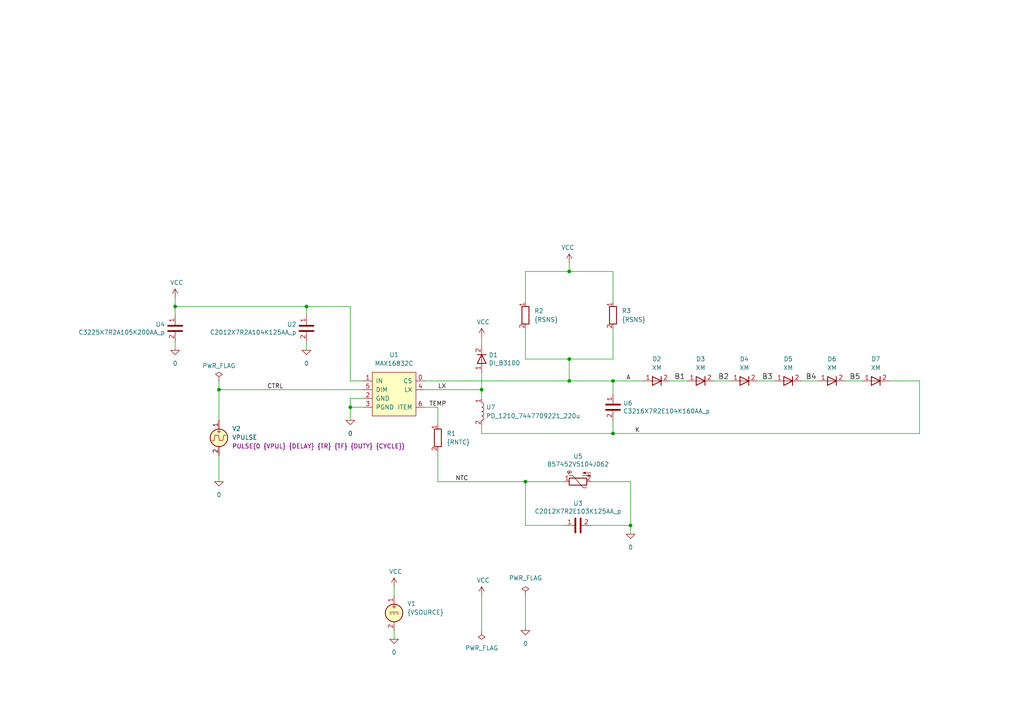
<source format=kicad_sch>
(kicad_sch
	(version 20231120)
	(generator "eeschema")
	(generator_version "8.0")
	(uuid "7cf8464c-6755-4cd6-b3e8-3936db42d73a")
	(paper "A4")
	(title_block
		(title "2Mhz, High-brightness led driver, integrated MOSFET.")
		(date "2024-11-13")
		(rev "2")
		(company "astroelectronic@")
		(comment 1 "-")
		(comment 2 "-")
		(comment 3 "-")
		(comment 4 "AE01003832")
	)
	(lib_symbols
		(symbol "C_1"
			(pin_names
				(offset 0.254) hide)
			(exclude_from_sim no)
			(in_bom yes)
			(on_board yes)
			(property "Reference" "C"
				(at 0.635 2.54 0)
				(effects
					(font
						(size 1.27 1.27)
					)
					(justify left)
				)
			)
			(property "Value" "C_1"
				(at 0.635 -2.54 0)
				(effects
					(font
						(size 1.27 1.27)
					)
					(justify left)
				)
			)
			(property "Footprint" ""
				(at 0.9652 -3.81 0)
				(effects
					(font
						(size 1.27 1.27)
					)
					(hide yes)
				)
			)
			(property "Datasheet" "~"
				(at 0 0 0)
				(effects
					(font
						(size 1.27 1.27)
					)
					(hide yes)
				)
			)
			(property "Description" "Unpolarized capacitor"
				(at 0 0 0)
				(effects
					(font
						(size 1.27 1.27)
					)
					(hide yes)
				)
			)
			(property "ki_keywords" "cap capacitor"
				(at 0 0 0)
				(effects
					(font
						(size 1.27 1.27)
					)
					(hide yes)
				)
			)
			(property "ki_fp_filters" "C_*"
				(at 0 0 0)
				(effects
					(font
						(size 1.27 1.27)
					)
					(hide yes)
				)
			)
			(symbol "C_1_0_1"
				(polyline
					(pts
						(xy -2.032 -0.762) (xy 2.032 -0.762)
					)
					(stroke
						(width 0.508)
						(type default)
					)
					(fill
						(type none)
					)
				)
				(polyline
					(pts
						(xy -2.032 0.762) (xy 2.032 0.762)
					)
					(stroke
						(width 0.508)
						(type default)
					)
					(fill
						(type none)
					)
				)
			)
			(symbol "C_1_1_1"
				(pin passive line
					(at 0 3.81 270)
					(length 2.794)
					(name "~"
						(effects
							(font
								(size 1.27 1.27)
							)
						)
					)
					(number "1"
						(effects
							(font
								(size 1.27 1.27)
							)
						)
					)
				)
				(pin passive line
					(at 0 -3.81 90)
					(length 2.794)
					(name "~"
						(effects
							(font
								(size 1.27 1.27)
							)
						)
					)
					(number "2"
						(effects
							(font
								(size 1.27 1.27)
							)
						)
					)
				)
			)
		)
		(symbol "C_2"
			(pin_names
				(offset 0.254) hide)
			(exclude_from_sim no)
			(in_bom yes)
			(on_board yes)
			(property "Reference" "C"
				(at 0.635 2.54 0)
				(effects
					(font
						(size 1.27 1.27)
					)
					(justify left)
				)
			)
			(property "Value" "C_2"
				(at 0.635 -2.54 0)
				(effects
					(font
						(size 1.27 1.27)
					)
					(justify left)
				)
			)
			(property "Footprint" ""
				(at 0.9652 -3.81 0)
				(effects
					(font
						(size 1.27 1.27)
					)
					(hide yes)
				)
			)
			(property "Datasheet" "~"
				(at 0 0 0)
				(effects
					(font
						(size 1.27 1.27)
					)
					(hide yes)
				)
			)
			(property "Description" "Unpolarized capacitor"
				(at 0 0 0)
				(effects
					(font
						(size 1.27 1.27)
					)
					(hide yes)
				)
			)
			(property "ki_keywords" "cap capacitor"
				(at 0 0 0)
				(effects
					(font
						(size 1.27 1.27)
					)
					(hide yes)
				)
			)
			(property "ki_fp_filters" "C_*"
				(at 0 0 0)
				(effects
					(font
						(size 1.27 1.27)
					)
					(hide yes)
				)
			)
			(symbol "C_2_0_1"
				(polyline
					(pts
						(xy -2.032 -0.762) (xy 2.032 -0.762)
					)
					(stroke
						(width 0.508)
						(type default)
					)
					(fill
						(type none)
					)
				)
				(polyline
					(pts
						(xy -2.032 0.762) (xy 2.032 0.762)
					)
					(stroke
						(width 0.508)
						(type default)
					)
					(fill
						(type none)
					)
				)
			)
			(symbol "C_2_1_1"
				(pin passive line
					(at 0 3.81 270)
					(length 2.794)
					(name "~"
						(effects
							(font
								(size 1.27 1.27)
							)
						)
					)
					(number "1"
						(effects
							(font
								(size 1.27 1.27)
							)
						)
					)
				)
				(pin passive line
					(at 0 -3.81 90)
					(length 2.794)
					(name "~"
						(effects
							(font
								(size 1.27 1.27)
							)
						)
					)
					(number "2"
						(effects
							(font
								(size 1.27 1.27)
							)
						)
					)
				)
			)
		)
		(symbol "C_3"
			(pin_names
				(offset 0.254) hide)
			(exclude_from_sim no)
			(in_bom yes)
			(on_board yes)
			(property "Reference" "C"
				(at 0.635 2.54 0)
				(effects
					(font
						(size 1.27 1.27)
					)
					(justify left)
				)
			)
			(property "Value" "C_3"
				(at 0.635 -2.54 0)
				(effects
					(font
						(size 1.27 1.27)
					)
					(justify left)
				)
			)
			(property "Footprint" ""
				(at 0.9652 -3.81 0)
				(effects
					(font
						(size 1.27 1.27)
					)
					(hide yes)
				)
			)
			(property "Datasheet" "~"
				(at 0 0 0)
				(effects
					(font
						(size 1.27 1.27)
					)
					(hide yes)
				)
			)
			(property "Description" "Unpolarized capacitor"
				(at 0 0 0)
				(effects
					(font
						(size 1.27 1.27)
					)
					(hide yes)
				)
			)
			(property "ki_keywords" "cap capacitor"
				(at 0 0 0)
				(effects
					(font
						(size 1.27 1.27)
					)
					(hide yes)
				)
			)
			(property "ki_fp_filters" "C_*"
				(at 0 0 0)
				(effects
					(font
						(size 1.27 1.27)
					)
					(hide yes)
				)
			)
			(symbol "C_3_0_1"
				(polyline
					(pts
						(xy -2.032 -0.762) (xy 2.032 -0.762)
					)
					(stroke
						(width 0.508)
						(type default)
					)
					(fill
						(type none)
					)
				)
				(polyline
					(pts
						(xy -2.032 0.762) (xy 2.032 0.762)
					)
					(stroke
						(width 0.508)
						(type default)
					)
					(fill
						(type none)
					)
				)
			)
			(symbol "C_3_1_1"
				(pin passive line
					(at 0 3.81 270)
					(length 2.794)
					(name "~"
						(effects
							(font
								(size 1.27 1.27)
							)
						)
					)
					(number "1"
						(effects
							(font
								(size 1.27 1.27)
							)
						)
					)
				)
				(pin passive line
					(at 0 -3.81 90)
					(length 2.794)
					(name "~"
						(effects
							(font
								(size 1.27 1.27)
							)
						)
					)
					(number "2"
						(effects
							(font
								(size 1.27 1.27)
							)
						)
					)
				)
			)
		)
		(symbol "L_1"
			(pin_names
				(offset 1.016) hide)
			(exclude_from_sim no)
			(in_bom yes)
			(on_board yes)
			(property "Reference" "L"
				(at -1.27 0 90)
				(effects
					(font
						(size 1.27 1.27)
					)
				)
			)
			(property "Value" "L_1"
				(at 1.905 0 90)
				(effects
					(font
						(size 1.27 1.27)
					)
				)
			)
			(property "Footprint" ""
				(at 0 0 0)
				(effects
					(font
						(size 1.27 1.27)
					)
					(hide yes)
				)
			)
			(property "Datasheet" "~"
				(at 0 0 0)
				(effects
					(font
						(size 1.27 1.27)
					)
					(hide yes)
				)
			)
			(property "Description" "Inductor"
				(at 0 0 0)
				(effects
					(font
						(size 1.27 1.27)
					)
					(hide yes)
				)
			)
			(property "ki_keywords" "inductor choke coil reactor magnetic"
				(at 0 0 0)
				(effects
					(font
						(size 1.27 1.27)
					)
					(hide yes)
				)
			)
			(property "ki_fp_filters" "Choke_* *Coil* Inductor_* L_*"
				(at 0 0 0)
				(effects
					(font
						(size 1.27 1.27)
					)
					(hide yes)
				)
			)
			(symbol "L_1_0_1"
				(arc
					(start 0 -2.54)
					(mid 0.6323 -1.905)
					(end 0 -1.27)
					(stroke
						(width 0)
						(type default)
					)
					(fill
						(type none)
					)
				)
				(arc
					(start 0 -1.27)
					(mid 0.6323 -0.635)
					(end 0 0)
					(stroke
						(width 0)
						(type default)
					)
					(fill
						(type none)
					)
				)
				(arc
					(start 0 0)
					(mid 0.6323 0.635)
					(end 0 1.27)
					(stroke
						(width 0)
						(type default)
					)
					(fill
						(type none)
					)
				)
				(arc
					(start 0 1.27)
					(mid 0.6323 1.905)
					(end 0 2.54)
					(stroke
						(width 0)
						(type default)
					)
					(fill
						(type none)
					)
				)
			)
			(symbol "L_1_1_1"
				(pin passive line
					(at 0 3.81 270)
					(length 1.27)
					(name "1"
						(effects
							(font
								(size 1.27 1.27)
							)
						)
					)
					(number "1"
						(effects
							(font
								(size 1.27 1.27)
							)
						)
					)
				)
				(pin passive line
					(at 0 -3.81 90)
					(length 1.27)
					(name "2"
						(effects
							(font
								(size 1.27 1.27)
							)
						)
					)
					(number "2"
						(effects
							(font
								(size 1.27 1.27)
							)
						)
					)
				)
			)
		)
		(symbol "MAX16832C:0"
			(power)
			(pin_names
				(offset 0)
			)
			(exclude_from_sim no)
			(in_bom yes)
			(on_board yes)
			(property "Reference" "#GND"
				(at 0 -2.54 0)
				(effects
					(font
						(size 1.27 1.27)
					)
					(hide yes)
				)
			)
			(property "Value" "0"
				(at 0 -1.778 0)
				(effects
					(font
						(size 1.27 1.27)
					)
				)
			)
			(property "Footprint" ""
				(at 0 0 0)
				(effects
					(font
						(size 1.27 1.27)
					)
					(hide yes)
				)
			)
			(property "Datasheet" "~"
				(at 0 0 0)
				(effects
					(font
						(size 1.27 1.27)
					)
					(hide yes)
				)
			)
			(property "Description" "0V reference potential for simulation"
				(at 0 0 0)
				(effects
					(font
						(size 1.27 1.27)
					)
					(hide yes)
				)
			)
			(property "ki_keywords" "simulation"
				(at 0 0 0)
				(effects
					(font
						(size 1.27 1.27)
					)
					(hide yes)
				)
			)
			(symbol "0_0_1"
				(polyline
					(pts
						(xy -1.27 0) (xy 0 -1.27) (xy 1.27 0) (xy -1.27 0)
					)
					(stroke
						(width 0)
						(type default)
					)
					(fill
						(type none)
					)
				)
			)
			(symbol "0_1_1"
				(pin power_in line
					(at 0 0 0)
					(length 0) hide
					(name "0"
						(effects
							(font
								(size 1.016 1.016)
							)
						)
					)
					(number "1"
						(effects
							(font
								(size 1.016 1.016)
							)
						)
					)
				)
			)
		)
		(symbol "MAX16832C:C"
			(pin_names
				(offset 0.254) hide)
			(exclude_from_sim no)
			(in_bom yes)
			(on_board yes)
			(property "Reference" "C"
				(at 0.635 2.54 0)
				(effects
					(font
						(size 1.27 1.27)
					)
					(justify left)
				)
			)
			(property "Value" "C"
				(at 0.635 -2.54 0)
				(effects
					(font
						(size 1.27 1.27)
					)
					(justify left)
				)
			)
			(property "Footprint" ""
				(at 0.9652 -3.81 0)
				(effects
					(font
						(size 1.27 1.27)
					)
					(hide yes)
				)
			)
			(property "Datasheet" "~"
				(at 0 0 0)
				(effects
					(font
						(size 1.27 1.27)
					)
					(hide yes)
				)
			)
			(property "Description" "Unpolarized capacitor"
				(at 0 0 0)
				(effects
					(font
						(size 1.27 1.27)
					)
					(hide yes)
				)
			)
			(property "ki_keywords" "cap capacitor"
				(at 0 0 0)
				(effects
					(font
						(size 1.27 1.27)
					)
					(hide yes)
				)
			)
			(property "ki_fp_filters" "C_*"
				(at 0 0 0)
				(effects
					(font
						(size 1.27 1.27)
					)
					(hide yes)
				)
			)
			(symbol "C_0_1"
				(polyline
					(pts
						(xy -2.032 -0.762) (xy 2.032 -0.762)
					)
					(stroke
						(width 0.508)
						(type default)
					)
					(fill
						(type none)
					)
				)
				(polyline
					(pts
						(xy -2.032 0.762) (xy 2.032 0.762)
					)
					(stroke
						(width 0.508)
						(type default)
					)
					(fill
						(type none)
					)
				)
			)
			(symbol "C_1_1"
				(pin passive line
					(at 0 3.81 270)
					(length 2.794)
					(name "~"
						(effects
							(font
								(size 1.27 1.27)
							)
						)
					)
					(number "1"
						(effects
							(font
								(size 1.27 1.27)
							)
						)
					)
				)
				(pin passive line
					(at 0 -3.81 90)
					(length 2.794)
					(name "~"
						(effects
							(font
								(size 1.27 1.27)
							)
						)
					)
					(number "2"
						(effects
							(font
								(size 1.27 1.27)
							)
						)
					)
				)
			)
		)
		(symbol "MAX16832C:DIODE"
			(pin_names
				(offset 1.016) hide)
			(exclude_from_sim no)
			(in_bom yes)
			(on_board yes)
			(property "Reference" "D"
				(at 0 2.54 0)
				(effects
					(font
						(size 1.27 1.27)
					)
				)
			)
			(property "Value" "${SIM.PARAMS}"
				(at 0 -2.54 0)
				(effects
					(font
						(size 1.27 1.27)
					)
				)
			)
			(property "Footprint" ""
				(at 0 0 0)
				(effects
					(font
						(size 1.27 1.27)
					)
					(hide yes)
				)
			)
			(property "Datasheet" "~"
				(at 0 0 0)
				(effects
					(font
						(size 1.27 1.27)
					)
					(hide yes)
				)
			)
			(property "Description" "Diode, anode on pin 1, for simulation only!"
				(at 0 0 0)
				(effects
					(font
						(size 1.27 1.27)
					)
					(hide yes)
				)
			)
			(property "Sim.Pins" "1=1 2=2"
				(at 0 0 0)
				(effects
					(font
						(size 1.27 1.27)
					)
					(hide yes)
				)
			)
			(property "Sim.Device" "SPICE"
				(at 0 0 0)
				(effects
					(font
						(size 1.27 1.27)
					)
					(justify left)
					(hide yes)
				)
			)
			(property "Sim.Params" "type=\"D\" model=\"DIODE\" lib=\"\""
				(at 0 0 0)
				(effects
					(font
						(size 1.27 1.27)
					)
					(hide yes)
				)
			)
			(property "Spice_Netlist_Enabled" "Y"
				(at 0 0 0)
				(effects
					(font
						(size 1.27 1.27)
					)
					(justify left)
					(hide yes)
				)
			)
			(property "ki_keywords" "simulation"
				(at 0 0 0)
				(effects
					(font
						(size 1.27 1.27)
					)
					(hide yes)
				)
			)
			(symbol "DIODE_0_1"
				(polyline
					(pts
						(xy 1.27 0) (xy -1.27 0)
					)
					(stroke
						(width 0)
						(type default)
					)
					(fill
						(type none)
					)
				)
				(polyline
					(pts
						(xy 1.27 1.27) (xy 1.27 -1.27)
					)
					(stroke
						(width 0.254)
						(type default)
					)
					(fill
						(type none)
					)
				)
				(polyline
					(pts
						(xy -1.27 -1.27) (xy -1.27 1.27) (xy 1.27 0) (xy -1.27 -1.27)
					)
					(stroke
						(width 0.254)
						(type default)
					)
					(fill
						(type none)
					)
				)
			)
			(symbol "DIODE_1_1"
				(pin passive line
					(at -3.81 0 0)
					(length 2.54)
					(name "A"
						(effects
							(font
								(size 1.27 1.27)
							)
						)
					)
					(number "1"
						(effects
							(font
								(size 1.27 1.27)
							)
						)
					)
				)
				(pin passive line
					(at 3.81 0 180)
					(length 2.54)
					(name "K"
						(effects
							(font
								(size 1.27 1.27)
							)
						)
					)
					(number "2"
						(effects
							(font
								(size 1.27 1.27)
							)
						)
					)
				)
			)
		)
		(symbol "MAX16832C:MAX16832C"
			(pin_names
				(offset 1.016)
			)
			(exclude_from_sim no)
			(in_bom yes)
			(on_board yes)
			(property "Reference" "U"
				(at -6.35 8.89 0)
				(effects
					(font
						(size 1.27 1.27)
					)
					(justify left bottom)
				)
			)
			(property "Value" "MAX16832C"
				(at -6.35 6.35 0)
				(effects
					(font
						(size 1.27 1.27)
					)
					(justify left bottom)
				)
			)
			(property "Footprint" ""
				(at -6.35 3.81 0)
				(effects
					(font
						(size 1.27 1.27)
					)
					(justify left bottom)
					(hide yes)
				)
			)
			(property "Datasheet" "https://www.analog.com/media/en/technical-documentation/data-sheets/MAX16832A-MAX16832C.pdf"
				(at 0 0 0)
				(effects
					(font
						(size 1.27 1.27)
					)
					(hide yes)
				)
			)
			(property "Description" "2MHz, High-Brightness LED Drivers with Integrated MOSFET and High-Side Current Sense"
				(at 0 0 0)
				(effects
					(font
						(size 1.27 1.27)
					)
					(hide yes)
				)
			)
			(property "ki_keywords" "simmodel"
				(at 0 0 0)
				(effects
					(font
						(size 1.27 1.27)
					)
					(hide yes)
				)
			)
			(symbol "MAX16832C_0_1"
				(rectangle
					(start -6.35 6.35)
					(end 6.35 -6.35)
					(stroke
						(width 0)
						(type default)
					)
					(fill
						(type background)
					)
				)
			)
			(symbol "MAX16832C_1_1"
				(pin passive line
					(at 8.89 3.81 180)
					(length 2.54)
					(name "CS"
						(effects
							(font
								(size 1.27 1.27)
							)
						)
					)
					(number "0"
						(effects
							(font
								(size 1.27 1.27)
							)
						)
					)
				)
				(pin passive line
					(at -8.89 3.81 0)
					(length 2.54)
					(name "IN"
						(effects
							(font
								(size 1.27 1.27)
							)
						)
					)
					(number "1"
						(effects
							(font
								(size 1.27 1.27)
							)
						)
					)
				)
				(pin passive line
					(at -8.89 -1.27 0)
					(length 2.54)
					(name "GND"
						(effects
							(font
								(size 1.27 1.27)
							)
						)
					)
					(number "2"
						(effects
							(font
								(size 1.27 1.27)
							)
						)
					)
				)
				(pin passive line
					(at -8.89 -3.81 0)
					(length 2.54)
					(name "PGND"
						(effects
							(font
								(size 1.27 1.27)
							)
						)
					)
					(number "3"
						(effects
							(font
								(size 1.27 1.27)
							)
						)
					)
				)
				(pin passive line
					(at 8.89 1.27 180)
					(length 2.54)
					(name "LX"
						(effects
							(font
								(size 1.27 1.27)
							)
						)
					)
					(number "4"
						(effects
							(font
								(size 1.27 1.27)
							)
						)
					)
				)
				(pin passive line
					(at -8.89 1.27 0)
					(length 2.54)
					(name "DIM"
						(effects
							(font
								(size 1.27 1.27)
							)
						)
					)
					(number "5"
						(effects
							(font
								(size 1.27 1.27)
							)
						)
					)
				)
				(pin passive line
					(at 8.89 -3.81 180)
					(length 2.54)
					(name "ITEM"
						(effects
							(font
								(size 1.27 1.27)
							)
						)
					)
					(number "6"
						(effects
							(font
								(size 1.27 1.27)
							)
						)
					)
				)
			)
		)
		(symbol "MAX16832C:PWR_FLAG"
			(power)
			(pin_numbers hide)
			(pin_names
				(offset 0) hide)
			(exclude_from_sim no)
			(in_bom yes)
			(on_board yes)
			(property "Reference" "#FLG"
				(at 0 1.905 0)
				(effects
					(font
						(size 1.27 1.27)
					)
					(hide yes)
				)
			)
			(property "Value" "PWR_FLAG"
				(at 0 3.81 0)
				(effects
					(font
						(size 1.27 1.27)
					)
				)
			)
			(property "Footprint" ""
				(at 0 0 0)
				(effects
					(font
						(size 1.27 1.27)
					)
					(hide yes)
				)
			)
			(property "Datasheet" "~"
				(at 0 0 0)
				(effects
					(font
						(size 1.27 1.27)
					)
					(hide yes)
				)
			)
			(property "Description" "Special symbol for telling ERC where power comes from"
				(at 0 0 0)
				(effects
					(font
						(size 1.27 1.27)
					)
					(hide yes)
				)
			)
			(property "ki_keywords" "flag power"
				(at 0 0 0)
				(effects
					(font
						(size 1.27 1.27)
					)
					(hide yes)
				)
			)
			(symbol "PWR_FLAG_0_0"
				(pin power_out line
					(at 0 0 90)
					(length 0)
					(name "pwr"
						(effects
							(font
								(size 1.27 1.27)
							)
						)
					)
					(number "1"
						(effects
							(font
								(size 1.27 1.27)
							)
						)
					)
				)
			)
			(symbol "PWR_FLAG_0_1"
				(polyline
					(pts
						(xy 0 0) (xy 0 1.27) (xy -1.016 1.905) (xy 0 2.54) (xy 1.016 1.905) (xy 0 1.27)
					)
					(stroke
						(width 0)
						(type default)
					)
					(fill
						(type none)
					)
				)
			)
		)
		(symbol "MAX16832C:Thermistor_NTC"
			(pin_names
				(offset 0) hide)
			(exclude_from_sim no)
			(in_bom yes)
			(on_board yes)
			(property "Reference" "TH"
				(at -4.445 0 90)
				(effects
					(font
						(size 1.27 1.27)
					)
				)
			)
			(property "Value" "Thermistor_NTC"
				(at 3.175 0 90)
				(effects
					(font
						(size 1.27 1.27)
					)
				)
			)
			(property "Footprint" ""
				(at 0 1.27 0)
				(effects
					(font
						(size 1.27 1.27)
					)
					(hide yes)
				)
			)
			(property "Datasheet" "~"
				(at 0 1.27 0)
				(effects
					(font
						(size 1.27 1.27)
					)
					(hide yes)
				)
			)
			(property "Description" "Temperature dependent resistor, negative temperature coefficient"
				(at 0 0 0)
				(effects
					(font
						(size 1.27 1.27)
					)
					(hide yes)
				)
			)
			(property "ki_keywords" "thermistor NTC resistor sensor RTD"
				(at 0 0 0)
				(effects
					(font
						(size 1.27 1.27)
					)
					(hide yes)
				)
			)
			(property "ki_fp_filters" "*NTC* *Thermistor* PIN?ARRAY* bornier* *Terminal?Block* R_*"
				(at 0 0 0)
				(effects
					(font
						(size 1.27 1.27)
					)
					(hide yes)
				)
			)
			(symbol "Thermistor_NTC_0_1"
				(arc
					(start -3.048 2.159)
					(mid -3.0495 2.3143)
					(end -3.175 2.413)
					(stroke
						(width 0)
						(type default)
					)
					(fill
						(type none)
					)
				)
				(arc
					(start -3.048 2.159)
					(mid -2.9736 1.9794)
					(end -2.794 1.905)
					(stroke
						(width 0)
						(type default)
					)
					(fill
						(type none)
					)
				)
				(arc
					(start -3.048 2.794)
					(mid -2.9736 2.6144)
					(end -2.794 2.54)
					(stroke
						(width 0)
						(type default)
					)
					(fill
						(type none)
					)
				)
				(arc
					(start -2.794 1.905)
					(mid -2.6144 1.9794)
					(end -2.54 2.159)
					(stroke
						(width 0)
						(type default)
					)
					(fill
						(type none)
					)
				)
				(arc
					(start -2.794 2.54)
					(mid -2.4393 2.5587)
					(end -2.159 2.794)
					(stroke
						(width 0)
						(type default)
					)
					(fill
						(type none)
					)
				)
				(arc
					(start -2.794 3.048)
					(mid -2.9736 2.9736)
					(end -3.048 2.794)
					(stroke
						(width 0)
						(type default)
					)
					(fill
						(type none)
					)
				)
				(arc
					(start -2.54 2.794)
					(mid -2.6144 2.9736)
					(end -2.794 3.048)
					(stroke
						(width 0)
						(type default)
					)
					(fill
						(type none)
					)
				)
				(rectangle
					(start -1.016 2.54)
					(end 1.016 -2.54)
					(stroke
						(width 0.254)
						(type default)
					)
					(fill
						(type none)
					)
				)
				(polyline
					(pts
						(xy -2.54 2.159) (xy -2.54 2.794)
					)
					(stroke
						(width 0)
						(type default)
					)
					(fill
						(type none)
					)
				)
				(polyline
					(pts
						(xy -1.778 2.54) (xy -1.778 1.524) (xy 1.778 -1.524) (xy 1.778 -2.54)
					)
					(stroke
						(width 0)
						(type default)
					)
					(fill
						(type none)
					)
				)
				(polyline
					(pts
						(xy -2.54 -3.683) (xy -2.54 -1.397) (xy -2.794 -2.159) (xy -2.286 -2.159) (xy -2.54 -1.397) (xy -2.54 -1.651)
					)
					(stroke
						(width 0)
						(type default)
					)
					(fill
						(type outline)
					)
				)
				(polyline
					(pts
						(xy -1.778 -1.397) (xy -1.778 -3.683) (xy -2.032 -2.921) (xy -1.524 -2.921) (xy -1.778 -3.683)
						(xy -1.778 -3.429)
					)
					(stroke
						(width 0)
						(type default)
					)
					(fill
						(type outline)
					)
				)
			)
			(symbol "Thermistor_NTC_1_1"
				(pin passive line
					(at 0 3.81 270)
					(length 1.27)
					(name "~"
						(effects
							(font
								(size 1.27 1.27)
							)
						)
					)
					(number "1"
						(effects
							(font
								(size 1.27 1.27)
							)
						)
					)
				)
				(pin passive line
					(at 0 -3.81 90)
					(length 1.27)
					(name "~"
						(effects
							(font
								(size 1.27 1.27)
							)
						)
					)
					(number "2"
						(effects
							(font
								(size 1.27 1.27)
							)
						)
					)
				)
			)
		)
		(symbol "MAX16832C:VCC"
			(power)
			(pin_names
				(offset 0)
			)
			(exclude_from_sim no)
			(in_bom yes)
			(on_board yes)
			(property "Reference" "#PWR"
				(at 0 -3.81 0)
				(effects
					(font
						(size 1.27 1.27)
					)
					(hide yes)
				)
			)
			(property "Value" "VCC"
				(at 0 3.81 0)
				(effects
					(font
						(size 1.27 1.27)
					)
				)
			)
			(property "Footprint" ""
				(at 0 0 0)
				(effects
					(font
						(size 1.27 1.27)
					)
					(hide yes)
				)
			)
			(property "Datasheet" ""
				(at 0 0 0)
				(effects
					(font
						(size 1.27 1.27)
					)
					(hide yes)
				)
			)
			(property "Description" "Power symbol creates a global label with name \"VCC\""
				(at 0 0 0)
				(effects
					(font
						(size 1.27 1.27)
					)
					(hide yes)
				)
			)
			(property "ki_keywords" "global power"
				(at 0 0 0)
				(effects
					(font
						(size 1.27 1.27)
					)
					(hide yes)
				)
			)
			(symbol "VCC_0_1"
				(polyline
					(pts
						(xy -0.762 1.27) (xy 0 2.54)
					)
					(stroke
						(width 0)
						(type default)
					)
					(fill
						(type none)
					)
				)
				(polyline
					(pts
						(xy 0 0) (xy 0 2.54)
					)
					(stroke
						(width 0)
						(type default)
					)
					(fill
						(type none)
					)
				)
				(polyline
					(pts
						(xy 0 2.54) (xy 0.762 1.27)
					)
					(stroke
						(width 0)
						(type default)
					)
					(fill
						(type none)
					)
				)
			)
			(symbol "VCC_1_1"
				(pin power_in line
					(at 0 0 90)
					(length 0) hide
					(name "VCC"
						(effects
							(font
								(size 1.27 1.27)
							)
						)
					)
					(number "1"
						(effects
							(font
								(size 1.27 1.27)
							)
						)
					)
				)
			)
		)
		(symbol "MAX16832C:VDC"
			(pin_names
				(offset 0.0254) hide)
			(exclude_from_sim no)
			(in_bom yes)
			(on_board yes)
			(property "Reference" "V"
				(at 2.54 2.54 0)
				(effects
					(font
						(size 1.27 1.27)
					)
					(justify left)
				)
			)
			(property "Value" "1"
				(at 2.54 0 0)
				(effects
					(font
						(size 1.27 1.27)
					)
					(justify left)
				)
			)
			(property "Footprint" ""
				(at 0 0 0)
				(effects
					(font
						(size 1.27 1.27)
					)
					(hide yes)
				)
			)
			(property "Datasheet" "~"
				(at 0 0 0)
				(effects
					(font
						(size 1.27 1.27)
					)
					(hide yes)
				)
			)
			(property "Description" "Voltage source, DC"
				(at 0 0 0)
				(effects
					(font
						(size 1.27 1.27)
					)
					(hide yes)
				)
			)
			(property "Sim.Pins" "1=+ 2=-"
				(at 0 0 0)
				(effects
					(font
						(size 1.27 1.27)
					)
					(hide yes)
				)
			)
			(property "Sim.Type" "DC"
				(at 0 0 0)
				(effects
					(font
						(size 1.27 1.27)
					)
					(hide yes)
				)
			)
			(property "Sim.Device" "V"
				(at 0 0 0)
				(effects
					(font
						(size 1.27 1.27)
					)
					(justify left)
					(hide yes)
				)
			)
			(property "Spice_Netlist_Enabled" "Y"
				(at 0 0 0)
				(effects
					(font
						(size 1.27 1.27)
					)
					(justify left)
					(hide yes)
				)
			)
			(property "ki_keywords" "simulation"
				(at 0 0 0)
				(effects
					(font
						(size 1.27 1.27)
					)
					(hide yes)
				)
			)
			(symbol "VDC_0_0"
				(polyline
					(pts
						(xy -1.27 0.254) (xy 1.27 0.254)
					)
					(stroke
						(width 0)
						(type default)
					)
					(fill
						(type none)
					)
				)
				(polyline
					(pts
						(xy -0.762 -0.254) (xy -1.27 -0.254)
					)
					(stroke
						(width 0)
						(type default)
					)
					(fill
						(type none)
					)
				)
				(polyline
					(pts
						(xy 0.254 -0.254) (xy -0.254 -0.254)
					)
					(stroke
						(width 0)
						(type default)
					)
					(fill
						(type none)
					)
				)
				(polyline
					(pts
						(xy 1.27 -0.254) (xy 0.762 -0.254)
					)
					(stroke
						(width 0)
						(type default)
					)
					(fill
						(type none)
					)
				)
				(text "+"
					(at 0 1.905 0)
					(effects
						(font
							(size 1.27 1.27)
						)
					)
				)
			)
			(symbol "VDC_0_1"
				(circle
					(center 0 0)
					(radius 2.54)
					(stroke
						(width 0.254)
						(type default)
					)
					(fill
						(type background)
					)
				)
			)
			(symbol "VDC_1_1"
				(pin passive line
					(at 0 5.08 270)
					(length 2.54)
					(name "~"
						(effects
							(font
								(size 1.27 1.27)
							)
						)
					)
					(number "1"
						(effects
							(font
								(size 1.27 1.27)
							)
						)
					)
				)
				(pin passive line
					(at 0 -5.08 90)
					(length 2.54)
					(name "~"
						(effects
							(font
								(size 1.27 1.27)
							)
						)
					)
					(number "2"
						(effects
							(font
								(size 1.27 1.27)
							)
						)
					)
				)
			)
		)
		(symbol "MAX16832C:VPULSE"
			(pin_names
				(offset 0.0254) hide)
			(exclude_from_sim no)
			(in_bom yes)
			(on_board yes)
			(property "Reference" "V"
				(at 2.54 2.54 0)
				(effects
					(font
						(size 1.27 1.27)
					)
					(justify left)
				)
			)
			(property "Value" "VPULSE"
				(at 2.54 0 0)
				(effects
					(font
						(size 1.27 1.27)
					)
					(justify left)
				)
			)
			(property "Footprint" ""
				(at 0 0 0)
				(effects
					(font
						(size 1.27 1.27)
					)
					(hide yes)
				)
			)
			(property "Datasheet" "~"
				(at 0 0 0)
				(effects
					(font
						(size 1.27 1.27)
					)
					(hide yes)
				)
			)
			(property "Description" "Voltage source, pulse"
				(at 0 0 0)
				(effects
					(font
						(size 1.27 1.27)
					)
					(hide yes)
				)
			)
			(property "Sim.Pins" "1=+ 2=-"
				(at 0 0 0)
				(effects
					(font
						(size 1.27 1.27)
					)
					(hide yes)
				)
			)
			(property "Sim.Type" "PULSE"
				(at 0 0 0)
				(effects
					(font
						(size 1.27 1.27)
					)
					(hide yes)
				)
			)
			(property "Sim.Device" "V"
				(at 0 0 0)
				(effects
					(font
						(size 1.27 1.27)
					)
					(justify left)
					(hide yes)
				)
			)
			(property "Sim.Params" "y1=0 y2=1 td=2n tr=2n tf=2n tw=50n per=100n"
				(at 2.54 -2.54 0)
				(effects
					(font
						(size 1.27 1.27)
					)
					(justify left)
				)
			)
			(property "Spice_Netlist_Enabled" "Y"
				(at 0 0 0)
				(effects
					(font
						(size 1.27 1.27)
					)
					(justify left)
					(hide yes)
				)
			)
			(property "ki_keywords" "simulation"
				(at 0 0 0)
				(effects
					(font
						(size 1.27 1.27)
					)
					(hide yes)
				)
			)
			(symbol "VPULSE_0_0"
				(polyline
					(pts
						(xy -2.032 -0.762) (xy -1.397 -0.762) (xy -1.143 0.762) (xy -0.127 0.762) (xy 0.127 -0.762) (xy 1.143 -0.762)
						(xy 1.397 0.762) (xy 2.032 0.762)
					)
					(stroke
						(width 0)
						(type default)
					)
					(fill
						(type none)
					)
				)
				(text "+"
					(at 0 1.905 0)
					(effects
						(font
							(size 1.27 1.27)
						)
					)
				)
			)
			(symbol "VPULSE_0_1"
				(circle
					(center 0 0)
					(radius 2.54)
					(stroke
						(width 0.254)
						(type default)
					)
					(fill
						(type background)
					)
				)
			)
			(symbol "VPULSE_1_1"
				(pin passive line
					(at 0 5.08 270)
					(length 2.54)
					(name "~"
						(effects
							(font
								(size 1.27 1.27)
							)
						)
					)
					(number "1"
						(effects
							(font
								(size 1.27 1.27)
							)
						)
					)
				)
				(pin passive line
					(at 0 -5.08 90)
					(length 2.54)
					(name "~"
						(effects
							(font
								(size 1.27 1.27)
							)
						)
					)
					(number "2"
						(effects
							(font
								(size 1.27 1.27)
							)
						)
					)
				)
			)
		)
		(symbol "R_1"
			(pin_names
				(offset 0) hide)
			(exclude_from_sim no)
			(in_bom yes)
			(on_board yes)
			(property "Reference" "R"
				(at 2.032 0 90)
				(effects
					(font
						(size 1.27 1.27)
					)
				)
			)
			(property "Value" "R_1"
				(at 0 0 90)
				(effects
					(font
						(size 1.27 1.27)
					)
				)
			)
			(property "Footprint" ""
				(at -1.778 0 90)
				(effects
					(font
						(size 1.27 1.27)
					)
					(hide yes)
				)
			)
			(property "Datasheet" "~"
				(at 0 0 0)
				(effects
					(font
						(size 1.27 1.27)
					)
					(hide yes)
				)
			)
			(property "Description" "Resistor"
				(at 0 0 0)
				(effects
					(font
						(size 1.27 1.27)
					)
					(hide yes)
				)
			)
			(property "ki_keywords" "R res resistor"
				(at 0 0 0)
				(effects
					(font
						(size 1.27 1.27)
					)
					(hide yes)
				)
			)
			(property "ki_fp_filters" "R_*"
				(at 0 0 0)
				(effects
					(font
						(size 1.27 1.27)
					)
					(hide yes)
				)
			)
			(symbol "R_1_0_1"
				(rectangle
					(start -1.016 -2.54)
					(end 1.016 2.54)
					(stroke
						(width 0.254)
						(type default)
					)
					(fill
						(type none)
					)
				)
			)
			(symbol "R_1_1_1"
				(pin passive line
					(at 0 3.81 270)
					(length 1.27)
					(name "~"
						(effects
							(font
								(size 1.27 1.27)
							)
						)
					)
					(number "1"
						(effects
							(font
								(size 1.27 1.27)
							)
						)
					)
				)
				(pin passive line
					(at 0 -3.81 90)
					(length 1.27)
					(name "~"
						(effects
							(font
								(size 1.27 1.27)
							)
						)
					)
					(number "2"
						(effects
							(font
								(size 1.27 1.27)
							)
						)
					)
				)
			)
		)
	)
	(junction
		(at 101.6 118.11)
		(diameter 0)
		(color 0 0 0 0)
		(uuid "079f9b7c-5814-470f-a852-a55b51314027")
	)
	(junction
		(at 50.8 88.9)
		(diameter 0)
		(color 0 0 0 0)
		(uuid "0a1786b5-70e3-4cd7-bf81-77743f250f14")
	)
	(junction
		(at 177.8 125.73)
		(diameter 0)
		(color 0 0 0 0)
		(uuid "1f410021-793c-4a09-b382-a0d51f6e5c57")
	)
	(junction
		(at 177.8 110.49)
		(diameter 0)
		(color 0 0 0 0)
		(uuid "289327fa-be03-4ea4-9b5c-db5f517a6295")
	)
	(junction
		(at 182.88 152.4)
		(diameter 0)
		(color 0 0 0 0)
		(uuid "3bdb52b4-61bd-4703-9541-2a8f3f562754")
	)
	(junction
		(at 139.7 113.03)
		(diameter 0)
		(color 0 0 0 0)
		(uuid "85316b3b-454a-4cb8-9c06-789d1e93f7a0")
	)
	(junction
		(at 165.1 110.49)
		(diameter 0)
		(color 0 0 0 0)
		(uuid "a892b73b-0981-4687-ad66-6c23fa36d002")
	)
	(junction
		(at 165.1 78.74)
		(diameter 0)
		(color 0 0 0 0)
		(uuid "cb68739a-a9e4-4a45-bc34-e157f3632ec5")
	)
	(junction
		(at 152.4 139.7)
		(diameter 0)
		(color 0 0 0 0)
		(uuid "d6e9bc2e-b09d-4e61-b46b-2a6e5ba8d9a9")
	)
	(junction
		(at 165.1 104.14)
		(diameter 0)
		(color 0 0 0 0)
		(uuid "dfeb3cd8-56ab-4658-8df9-f1a7c3747117")
	)
	(junction
		(at 88.9 88.9)
		(diameter 0)
		(color 0 0 0 0)
		(uuid "f9962176-a6f0-437c-b8e0-c6fbe9780046")
	)
	(junction
		(at 63.5 113.03)
		(diameter 0)
		(color 0 0 0 0)
		(uuid "fbc4ee54-c236-4c59-a192-5de9efbd1e28")
	)
	(wire
		(pts
			(xy 165.1 104.14) (xy 165.1 110.49)
		)
		(stroke
			(width 0)
			(type default)
		)
		(uuid "01e39dfb-138c-4b00-8c03-cd6fe9597f5f")
	)
	(wire
		(pts
			(xy 177.8 114.3) (xy 177.8 110.49)
		)
		(stroke
			(width 0)
			(type default)
		)
		(uuid "07cfd7e9-fbed-42fe-95cc-a716e08f2a26")
	)
	(wire
		(pts
			(xy 139.7 113.03) (xy 139.7 115.57)
		)
		(stroke
			(width 0)
			(type default)
		)
		(uuid "0a06235b-8459-4199-8d18-d1353fb4331f")
	)
	(wire
		(pts
			(xy 101.6 118.11) (xy 105.41 118.11)
		)
		(stroke
			(width 0)
			(type default)
		)
		(uuid "0c7dfe0a-fac9-4512-88dc-5e3fa31c289e")
	)
	(wire
		(pts
			(xy 232.41 110.49) (xy 237.49 110.49)
		)
		(stroke
			(width 0)
			(type default)
		)
		(uuid "128d95a2-50a2-4221-acef-19393e4e5e07")
	)
	(wire
		(pts
			(xy 139.7 172.72) (xy 139.7 182.88)
		)
		(stroke
			(width 0)
			(type default)
		)
		(uuid "165aeb54-4a4e-464c-a67a-0abab4b336e5")
	)
	(wire
		(pts
			(xy 177.8 121.92) (xy 177.8 125.73)
		)
		(stroke
			(width 0)
			(type default)
		)
		(uuid "16bc2695-937c-4fc6-aaca-756e83c7edfd")
	)
	(wire
		(pts
			(xy 123.19 118.11) (xy 127 118.11)
		)
		(stroke
			(width 0)
			(type default)
		)
		(uuid "1a66e0b3-b294-49ec-bb1f-bb9553a13f8c")
	)
	(wire
		(pts
			(xy 257.81 110.49) (xy 266.7 110.49)
		)
		(stroke
			(width 0)
			(type default)
		)
		(uuid "20979104-3409-4b05-b7c1-13416dd6fc03")
	)
	(wire
		(pts
			(xy 50.8 99.06) (xy 50.8 101.6)
		)
		(stroke
			(width 0)
			(type default)
		)
		(uuid "25411fc5-43e4-4b92-b727-198ca774c08b")
	)
	(wire
		(pts
			(xy 182.88 152.4) (xy 182.88 139.7)
		)
		(stroke
			(width 0)
			(type default)
		)
		(uuid "2879583f-9fcb-4e00-9afc-901c54f6f760")
	)
	(wire
		(pts
			(xy 266.7 125.73) (xy 266.7 110.49)
		)
		(stroke
			(width 0)
			(type default)
		)
		(uuid "2a9c457d-8a91-4191-b30e-2fcdae68a7d1")
	)
	(wire
		(pts
			(xy 63.5 110.49) (xy 63.5 113.03)
		)
		(stroke
			(width 0)
			(type default)
		)
		(uuid "31c03259-7d24-42dc-b22c-66418af1e21a")
	)
	(wire
		(pts
			(xy 88.9 88.9) (xy 88.9 91.44)
		)
		(stroke
			(width 0)
			(type default)
		)
		(uuid "350bc56f-8e03-4ef4-b919-a07e243ea640")
	)
	(wire
		(pts
			(xy 182.88 152.4) (xy 171.45 152.4)
		)
		(stroke
			(width 0)
			(type default)
		)
		(uuid "3c0ae08f-ce24-43e3-9a37-ee82004f9da1")
	)
	(wire
		(pts
			(xy 63.5 113.03) (xy 63.5 121.92)
		)
		(stroke
			(width 0)
			(type default)
		)
		(uuid "3fe7b492-93c0-4b3d-b46b-6463737776af")
	)
	(wire
		(pts
			(xy 101.6 115.57) (xy 101.6 118.11)
		)
		(stroke
			(width 0)
			(type default)
		)
		(uuid "49e9c8f9-401f-4aae-831d-f647a3cb4154")
	)
	(wire
		(pts
			(xy 207.01 110.49) (xy 212.09 110.49)
		)
		(stroke
			(width 0)
			(type default)
		)
		(uuid "4cdaa0a3-7e28-4583-a1c6-f596d01b3ef4")
	)
	(wire
		(pts
			(xy 50.8 88.9) (xy 50.8 91.44)
		)
		(stroke
			(width 0)
			(type default)
		)
		(uuid "502479de-6c49-4cc8-a2fa-4a7189773940")
	)
	(wire
		(pts
			(xy 165.1 78.74) (xy 152.4 78.74)
		)
		(stroke
			(width 0)
			(type default)
		)
		(uuid "52d3df1d-bce3-47e7-a749-3c13afb3eee1")
	)
	(wire
		(pts
			(xy 101.6 110.49) (xy 105.41 110.49)
		)
		(stroke
			(width 0)
			(type default)
		)
		(uuid "538e6f3d-9520-4c6d-8fb9-b7bdaad41e2d")
	)
	(wire
		(pts
			(xy 152.4 95.25) (xy 152.4 104.14)
		)
		(stroke
			(width 0)
			(type default)
		)
		(uuid "61d7d05a-7e73-4916-8443-d74001faf98a")
	)
	(wire
		(pts
			(xy 152.4 139.7) (xy 152.4 152.4)
		)
		(stroke
			(width 0)
			(type default)
		)
		(uuid "6e14b54f-46f6-431d-be7b-e919f6fcc355")
	)
	(wire
		(pts
			(xy 165.1 78.74) (xy 165.1 76.2)
		)
		(stroke
			(width 0)
			(type default)
		)
		(uuid "6e9b109c-580c-4f89-8e7a-87b920379ee3")
	)
	(wire
		(pts
			(xy 101.6 88.9) (xy 101.6 110.49)
		)
		(stroke
			(width 0)
			(type default)
		)
		(uuid "70efc03e-740c-47a1-b3c1-4e88e1a38d6c")
	)
	(wire
		(pts
			(xy 177.8 110.49) (xy 186.69 110.49)
		)
		(stroke
			(width 0)
			(type default)
		)
		(uuid "7138c2a1-5e26-4965-8f72-72793b4f8640")
	)
	(wire
		(pts
			(xy 163.83 139.7) (xy 152.4 139.7)
		)
		(stroke
			(width 0)
			(type default)
		)
		(uuid "78427561-d7cf-483c-b4fe-1375da73cd7b")
	)
	(wire
		(pts
			(xy 88.9 99.06) (xy 88.9 101.6)
		)
		(stroke
			(width 0)
			(type default)
		)
		(uuid "7846f13a-a5c8-4426-9109-a0995111b42b")
	)
	(wire
		(pts
			(xy 127 118.11) (xy 127 123.19)
		)
		(stroke
			(width 0)
			(type default)
		)
		(uuid "78eeb41f-b40d-4273-a349-e817dfe6ff16")
	)
	(wire
		(pts
			(xy 63.5 113.03) (xy 105.41 113.03)
		)
		(stroke
			(width 0)
			(type default)
		)
		(uuid "7f8d9958-2510-4621-b04f-50b8f5e6bce1")
	)
	(wire
		(pts
			(xy 139.7 107.95) (xy 139.7 113.03)
		)
		(stroke
			(width 0)
			(type default)
		)
		(uuid "80627e5f-9bf9-449f-8131-0a7647f58327")
	)
	(wire
		(pts
			(xy 114.3 185.42) (xy 114.3 182.88)
		)
		(stroke
			(width 0)
			(type default)
		)
		(uuid "87df9dcc-d153-4f23-91f7-aa731479bed1")
	)
	(wire
		(pts
			(xy 114.3 170.18) (xy 114.3 172.72)
		)
		(stroke
			(width 0)
			(type default)
		)
		(uuid "88c3a302-4b0d-4a66-bed8-e99c0450dd68")
	)
	(wire
		(pts
			(xy 177.8 87.63) (xy 177.8 78.74)
		)
		(stroke
			(width 0)
			(type default)
		)
		(uuid "8b03a98e-9bca-44fd-8af5-ee6564e6d45e")
	)
	(wire
		(pts
			(xy 245.11 110.49) (xy 250.19 110.49)
		)
		(stroke
			(width 0)
			(type default)
		)
		(uuid "8c391ed7-9f8c-4acd-bb11-59d9a93a151d")
	)
	(wire
		(pts
			(xy 177.8 78.74) (xy 165.1 78.74)
		)
		(stroke
			(width 0)
			(type default)
		)
		(uuid "8f04b5a0-87f9-41f4-97b3-563d96531e8f")
	)
	(wire
		(pts
			(xy 123.19 113.03) (xy 139.7 113.03)
		)
		(stroke
			(width 0)
			(type default)
		)
		(uuid "8f646ea1-dd48-4ffb-8932-bb580351e1e5")
	)
	(wire
		(pts
			(xy 101.6 88.9) (xy 88.9 88.9)
		)
		(stroke
			(width 0)
			(type default)
		)
		(uuid "97a62aa7-61cb-4456-9823-dfd885bea9b4")
	)
	(wire
		(pts
			(xy 139.7 100.33) (xy 139.7 97.79)
		)
		(stroke
			(width 0)
			(type default)
		)
		(uuid "9a099448-a37b-419f-885e-6f8c2a05d7bd")
	)
	(wire
		(pts
			(xy 123.19 110.49) (xy 165.1 110.49)
		)
		(stroke
			(width 0)
			(type default)
		)
		(uuid "9d741ed1-c214-4757-96cc-37b9fe083578")
	)
	(wire
		(pts
			(xy 177.8 104.14) (xy 165.1 104.14)
		)
		(stroke
			(width 0)
			(type default)
		)
		(uuid "aa2dcecb-0c6b-49bc-85d0-ad33d32c68b6")
	)
	(wire
		(pts
			(xy 177.8 125.73) (xy 266.7 125.73)
		)
		(stroke
			(width 0)
			(type default)
		)
		(uuid "af0cdd9d-78ab-4606-9bbb-39fc7be8d877")
	)
	(wire
		(pts
			(xy 139.7 125.73) (xy 139.7 123.19)
		)
		(stroke
			(width 0)
			(type default)
		)
		(uuid "b5df4f72-ba70-4e9e-a2db-b808f3b3dd42")
	)
	(wire
		(pts
			(xy 163.83 152.4) (xy 152.4 152.4)
		)
		(stroke
			(width 0)
			(type default)
		)
		(uuid "bab1664a-67ab-4c42-9d1e-df7790e6e3cd")
	)
	(wire
		(pts
			(xy 101.6 115.57) (xy 105.41 115.57)
		)
		(stroke
			(width 0)
			(type default)
		)
		(uuid "c0aa2c6a-c2c1-4956-a2a8-acca773b1084")
	)
	(wire
		(pts
			(xy 127 139.7) (xy 152.4 139.7)
		)
		(stroke
			(width 0)
			(type default)
		)
		(uuid "c5557945-e165-413a-adcc-d7ab69accd10")
	)
	(wire
		(pts
			(xy 152.4 182.88) (xy 152.4 172.72)
		)
		(stroke
			(width 0)
			(type default)
		)
		(uuid "cda5f2e8-83cc-42ea-b158-6df298d12c5d")
	)
	(wire
		(pts
			(xy 165.1 110.49) (xy 177.8 110.49)
		)
		(stroke
			(width 0)
			(type default)
		)
		(uuid "cea75c82-cc30-4dd2-8543-b019bcaf16c4")
	)
	(wire
		(pts
			(xy 50.8 88.9) (xy 88.9 88.9)
		)
		(stroke
			(width 0)
			(type default)
		)
		(uuid "d4216c49-7dc9-44fc-894e-61cfd1bf3a61")
	)
	(wire
		(pts
			(xy 139.7 125.73) (xy 177.8 125.73)
		)
		(stroke
			(width 0)
			(type default)
		)
		(uuid "d4a0b584-0a9d-4e27-8a18-50c61870cfc4")
	)
	(wire
		(pts
			(xy 177.8 95.25) (xy 177.8 104.14)
		)
		(stroke
			(width 0)
			(type default)
		)
		(uuid "d8463de6-18f5-48df-afd6-6a322fd71839")
	)
	(wire
		(pts
			(xy 182.88 152.4) (xy 182.88 154.94)
		)
		(stroke
			(width 0)
			(type default)
		)
		(uuid "d876c9fe-e5a1-4f56-9bb6-ad77976a6617")
	)
	(wire
		(pts
			(xy 219.71 110.49) (xy 224.79 110.49)
		)
		(stroke
			(width 0)
			(type default)
		)
		(uuid "d95d7134-df67-462a-899a-081fd27e25e0")
	)
	(wire
		(pts
			(xy 152.4 78.74) (xy 152.4 87.63)
		)
		(stroke
			(width 0)
			(type default)
		)
		(uuid "d9ccfb78-1d2c-44b4-96ec-42bd26de2e8f")
	)
	(wire
		(pts
			(xy 182.88 139.7) (xy 171.45 139.7)
		)
		(stroke
			(width 0)
			(type default)
		)
		(uuid "dc8e430f-518e-45fb-9c0e-923c270c45d9")
	)
	(wire
		(pts
			(xy 50.8 86.36) (xy 50.8 88.9)
		)
		(stroke
			(width 0)
			(type default)
		)
		(uuid "e31c7e94-7625-48f6-bdf0-d53aac1442f2")
	)
	(wire
		(pts
			(xy 194.31 110.49) (xy 199.39 110.49)
		)
		(stroke
			(width 0)
			(type default)
		)
		(uuid "e414f080-0718-481b-bcb5-5d07d1796038")
	)
	(wire
		(pts
			(xy 152.4 104.14) (xy 165.1 104.14)
		)
		(stroke
			(width 0)
			(type default)
		)
		(uuid "e52bdf72-0994-48be-8c2b-e495d10a3e0f")
	)
	(wire
		(pts
			(xy 127 130.81) (xy 127 139.7)
		)
		(stroke
			(width 0)
			(type default)
		)
		(uuid "ebc7bef3-7f6b-4eba-acde-26c5593b27bc")
	)
	(wire
		(pts
			(xy 101.6 118.11) (xy 101.6 121.92)
		)
		(stroke
			(width 0)
			(type default)
		)
		(uuid "faae0e4c-017b-483d-aae3-4c62e349cb45")
	)
	(wire
		(pts
			(xy 63.5 139.7) (xy 63.5 132.08)
		)
		(stroke
			(width 0)
			(type default)
		)
		(uuid "fc850eec-7e2d-463d-a9e5-db6f45c10293")
	)
	(label "B3"
		(at 220.98 110.49 0)
		(fields_autoplaced yes)
		(effects
			(font
				(size 1.524 1.524)
			)
			(justify left bottom)
		)
		(uuid "1373ef66-45d5-413c-8f73-da81e6132eb4")
	)
	(label "B1"
		(at 195.58 110.49 0)
		(fields_autoplaced yes)
		(effects
			(font
				(size 1.524 1.524)
			)
			(justify left bottom)
		)
		(uuid "17db947f-299e-42df-8bbd-8128ac4a5610")
	)
	(label "B4"
		(at 233.68 110.49 0)
		(fields_autoplaced yes)
		(effects
			(font
				(size 1.524 1.524)
			)
			(justify left bottom)
		)
		(uuid "1eb543bc-0ea0-466f-a98f-5001a9484f9f")
	)
	(label "NTC"
		(at 132.08 139.7 0)
		(fields_autoplaced yes)
		(effects
			(font
				(size 1.27 1.27)
			)
			(justify left bottom)
		)
		(uuid "2b6ce44b-e526-44bf-ab67-faae90d7a7d7")
	)
	(label "B5"
		(at 246.38 110.49 0)
		(fields_autoplaced yes)
		(effects
			(font
				(size 1.524 1.524)
			)
			(justify left bottom)
		)
		(uuid "69337c85-365e-44ca-92b0-370ef4cc081a")
	)
	(label "TEMP"
		(at 124.46 118.11 0)
		(fields_autoplaced yes)
		(effects
			(font
				(size 1.27 1.27)
			)
			(justify left bottom)
		)
		(uuid "76e9994b-3c6e-40ea-853e-b85dbc139255")
	)
	(label "B2"
		(at 208.28 110.49 0)
		(fields_autoplaced yes)
		(effects
			(font
				(size 1.524 1.524)
			)
			(justify left bottom)
		)
		(uuid "7df33834-6841-497b-94f1-6a634a4510ea")
	)
	(label "LX"
		(at 127 113.03 0)
		(fields_autoplaced yes)
		(effects
			(font
				(size 1.27 1.27)
			)
			(justify left bottom)
		)
		(uuid "811d665d-8def-431c-b582-aa8c78447a7a")
	)
	(label "CTRL"
		(at 77.47 113.03 0)
		(fields_autoplaced yes)
		(effects
			(font
				(size 1.27 1.27)
			)
			(justify left bottom)
		)
		(uuid "82428b4e-7d80-4f7b-8a85-52d6c6440a64")
	)
	(label "K"
		(at 184.15 125.73 0)
		(fields_autoplaced yes)
		(effects
			(font
				(size 1.27 1.27)
			)
			(justify left bottom)
		)
		(uuid "a359a7a8-6eee-45c9-b6bf-d27bccc75207")
	)
	(label "A"
		(at 181.61 110.49 0)
		(fields_autoplaced yes)
		(effects
			(font
				(size 1.27 1.27)
			)
			(justify left bottom)
		)
		(uuid "f61dd035-a64f-47b9-b2c0-dcd3fb31f2e4")
	)
	(symbol
		(lib_id "MAX16832C:PWR_FLAG")
		(at 63.5 110.49 0)
		(unit 1)
		(exclude_from_sim no)
		(in_bom yes)
		(on_board yes)
		(dnp no)
		(uuid "00000000-0000-0000-0000-00005ea248f8")
		(property "Reference" "#FLG0101"
			(at 63.5 108.585 0)
			(effects
				(font
					(size 1.27 1.27)
				)
				(hide yes)
			)
		)
		(property "Value" "PWR_FLAG"
			(at 63.5 106.0958 0)
			(effects
				(font
					(size 1.27 1.27)
				)
			)
		)
		(property "Footprint" ""
			(at 63.5 110.49 0)
			(effects
				(font
					(size 1.27 1.27)
				)
				(hide yes)
			)
		)
		(property "Datasheet" "~"
			(at 63.5 110.49 0)
			(effects
				(font
					(size 1.27 1.27)
				)
				(hide yes)
			)
		)
		(property "Description" ""
			(at 63.5 110.49 0)
			(effects
				(font
					(size 1.27 1.27)
				)
				(hide yes)
			)
		)
		(pin "1"
			(uuid "fc67dbbb-383f-4c82-a8b4-431b7604fd01")
		)
		(instances
			(project ""
				(path "/7cf8464c-6755-4cd6-b3e8-3936db42d73a"
					(reference "#FLG0101")
					(unit 1)
				)
			)
		)
	)
	(symbol
		(lib_id "MAX16832C:VCC")
		(at 165.1 76.2 0)
		(mirror y)
		(unit 1)
		(exclude_from_sim no)
		(in_bom yes)
		(on_board yes)
		(dnp no)
		(uuid "00000000-0000-0000-0000-00005ea35a0c")
		(property "Reference" "#PWR0107"
			(at 165.1 80.01 0)
			(effects
				(font
					(size 1.27 1.27)
				)
				(hide yes)
			)
		)
		(property "Value" "VCC"
			(at 164.6682 71.8058 0)
			(effects
				(font
					(size 1.27 1.27)
				)
			)
		)
		(property "Footprint" ""
			(at 165.1 76.2 0)
			(effects
				(font
					(size 1.27 1.27)
				)
				(hide yes)
			)
		)
		(property "Datasheet" ""
			(at 165.1 76.2 0)
			(effects
				(font
					(size 1.27 1.27)
				)
				(hide yes)
			)
		)
		(property "Description" ""
			(at 165.1 76.2 0)
			(effects
				(font
					(size 1.27 1.27)
				)
				(hide yes)
			)
		)
		(pin "1"
			(uuid "85591009-df4d-44e7-b4f0-1caab5230de8")
		)
		(instances
			(project ""
				(path "/7cf8464c-6755-4cd6-b3e8-3936db42d73a"
					(reference "#PWR0107")
					(unit 1)
				)
			)
		)
	)
	(symbol
		(lib_id "MAX16832C:VCC")
		(at 50.8 86.36 0)
		(unit 1)
		(exclude_from_sim no)
		(in_bom yes)
		(on_board yes)
		(dnp no)
		(uuid "00000000-0000-0000-0000-00005ea4c3c8")
		(property "Reference" "#PWR0104"
			(at 50.8 90.17 0)
			(effects
				(font
					(size 1.27 1.27)
				)
				(hide yes)
			)
		)
		(property "Value" "VCC"
			(at 51.2318 81.9658 0)
			(effects
				(font
					(size 1.27 1.27)
				)
			)
		)
		(property "Footprint" ""
			(at 50.8 86.36 0)
			(effects
				(font
					(size 1.27 1.27)
				)
				(hide yes)
			)
		)
		(property "Datasheet" ""
			(at 50.8 86.36 0)
			(effects
				(font
					(size 1.27 1.27)
				)
				(hide yes)
			)
		)
		(property "Description" ""
			(at 50.8 86.36 0)
			(effects
				(font
					(size 1.27 1.27)
				)
				(hide yes)
			)
		)
		(pin "1"
			(uuid "3803ac20-d3e9-4944-9f35-02e743ee5755")
		)
		(instances
			(project ""
				(path "/7cf8464c-6755-4cd6-b3e8-3936db42d73a"
					(reference "#PWR0104")
					(unit 1)
				)
			)
		)
	)
	(symbol
		(lib_name "C_1")
		(lib_id "MAX16832C:C_1")
		(at 50.8 95.25 0)
		(mirror y)
		(unit 1)
		(exclude_from_sim no)
		(in_bom yes)
		(on_board yes)
		(dnp no)
		(uuid "00000000-0000-0000-0000-00005ea4d97f")
		(property "Reference" "U4"
			(at 47.879 94.0816 0)
			(effects
				(font
					(size 1.27 1.27)
				)
				(justify left)
			)
		)
		(property "Value" "C3225X7R2A105K200AA_p"
			(at 47.879 96.393 0)
			(effects
				(font
					(size 1.27 1.27)
				)
				(justify left)
			)
		)
		(property "Footprint" ""
			(at 49.8348 99.06 0)
			(effects
				(font
					(size 1.27 1.27)
				)
				(hide yes)
			)
		)
		(property "Datasheet" "~"
			(at 50.8 95.25 0)
			(effects
				(font
					(size 1.27 1.27)
				)
				(hide yes)
			)
		)
		(property "Description" ""
			(at 50.8 95.25 0)
			(effects
				(font
					(size 1.27 1.27)
				)
				(hide yes)
			)
		)
		(property "Sim.Device" "SUBCKT"
			(at 50.8 95.25 0)
			(effects
				(font
					(size 1.27 1.27)
				)
				(hide yes)
			)
		)
		(property "Sim.Pins" "1=n1 2=n2"
			(at 0 0 0)
			(effects
				(font
					(size 1.27 1.27)
				)
				(hide yes)
			)
		)
		(property "Sim.Library" "_models\\C3225X7R2A105K200AA_p.mod"
			(at 50.8 95.25 0)
			(effects
				(font
					(size 1.27 1.27)
				)
				(hide yes)
			)
		)
		(property "Sim.Name" "C3225X7R2A105K200AA_p"
			(at 50.8 95.25 0)
			(effects
				(font
					(size 1.27 1.27)
				)
				(hide yes)
			)
		)
		(pin "1"
			(uuid "c5bba1f2-1e14-4366-a70a-9771e3e1f146")
		)
		(pin "2"
			(uuid "17324a5c-670e-4284-943e-12c47b053536")
		)
		(instances
			(project ""
				(path "/7cf8464c-6755-4cd6-b3e8-3936db42d73a"
					(reference "U4")
					(unit 1)
				)
			)
		)
	)
	(symbol
		(lib_name "C_2")
		(lib_id "MAX16832C:C_2")
		(at 88.9 95.25 0)
		(mirror y)
		(unit 1)
		(exclude_from_sim no)
		(in_bom yes)
		(on_board yes)
		(dnp no)
		(uuid "00000000-0000-0000-0000-00005ea4e25f")
		(property "Reference" "U2"
			(at 86.0044 94.0816 0)
			(effects
				(font
					(size 1.27 1.27)
				)
				(justify left)
			)
		)
		(property "Value" "C2012X7R2A104K125AA_p"
			(at 86.0044 96.393 0)
			(effects
				(font
					(size 1.27 1.27)
				)
				(justify left)
			)
		)
		(property "Footprint" ""
			(at 87.9348 99.06 0)
			(effects
				(font
					(size 1.27 1.27)
				)
				(hide yes)
			)
		)
		(property "Datasheet" "~"
			(at 88.9 95.25 0)
			(effects
				(font
					(size 1.27 1.27)
				)
				(hide yes)
			)
		)
		(property "Description" ""
			(at 88.9 95.25 0)
			(effects
				(font
					(size 1.27 1.27)
				)
				(hide yes)
			)
		)
		(property "Sim.Device" "SUBCKT"
			(at 88.9 95.25 0)
			(effects
				(font
					(size 1.27 1.27)
				)
				(hide yes)
			)
		)
		(property "Sim.Pins" "1=n1 2=n2"
			(at 0 0 0)
			(effects
				(font
					(size 1.27 1.27)
				)
				(hide yes)
			)
		)
		(property "Sim.Library" "_models\\C2012X7R2A104K125AA_p.mod"
			(at 88.9 95.25 0)
			(effects
				(font
					(size 1.27 1.27)
				)
				(hide yes)
			)
		)
		(property "Sim.Name" "C2012X7R2A104K125AA_p"
			(at 88.9 95.25 0)
			(effects
				(font
					(size 1.27 1.27)
				)
				(hide yes)
			)
		)
		(pin "1"
			(uuid "24acad47-6ae6-49df-b474-d3a646e80269")
		)
		(pin "2"
			(uuid "715e083e-7d36-429a-abe7-829989884d12")
		)
		(instances
			(project ""
				(path "/7cf8464c-6755-4cd6-b3e8-3936db42d73a"
					(reference "U2")
					(unit 1)
				)
			)
		)
	)
	(symbol
		(lib_id "MAX16832C:VCC")
		(at 139.7 97.79 0)
		(unit 1)
		(exclude_from_sim no)
		(in_bom yes)
		(on_board yes)
		(dnp no)
		(uuid "00000000-0000-0000-0000-00005ea58d1b")
		(property "Reference" "#PWR0106"
			(at 139.7 101.6 0)
			(effects
				(font
					(size 1.27 1.27)
				)
				(hide yes)
			)
		)
		(property "Value" "VCC"
			(at 140.1318 93.3958 0)
			(effects
				(font
					(size 1.27 1.27)
				)
			)
		)
		(property "Footprint" ""
			(at 139.7 97.79 0)
			(effects
				(font
					(size 1.27 1.27)
				)
				(hide yes)
			)
		)
		(property "Datasheet" ""
			(at 139.7 97.79 0)
			(effects
				(font
					(size 1.27 1.27)
				)
				(hide yes)
			)
		)
		(property "Description" ""
			(at 139.7 97.79 0)
			(effects
				(font
					(size 1.27 1.27)
				)
				(hide yes)
			)
		)
		(pin "1"
			(uuid "552f58c7-707a-437f-8150-10fdfc4b8bf1")
		)
		(instances
			(project ""
				(path "/7cf8464c-6755-4cd6-b3e8-3936db42d73a"
					(reference "#PWR0106")
					(unit 1)
				)
			)
		)
	)
	(symbol
		(lib_name "C_3")
		(lib_id "MAX16832C:C_3")
		(at 177.8 118.11 0)
		(unit 1)
		(exclude_from_sim no)
		(in_bom yes)
		(on_board yes)
		(dnp no)
		(uuid "00000000-0000-0000-0000-00005ea5b085")
		(property "Reference" "U6"
			(at 180.721 116.9416 0)
			(effects
				(font
					(size 1.27 1.27)
				)
				(justify left)
			)
		)
		(property "Value" "C3216X7R2E104K160AA_p"
			(at 180.721 119.253 0)
			(effects
				(font
					(size 1.27 1.27)
				)
				(justify left)
			)
		)
		(property "Footprint" ""
			(at 178.7652 121.92 0)
			(effects
				(font
					(size 1.27 1.27)
				)
				(hide yes)
			)
		)
		(property "Datasheet" "~"
			(at 177.8 118.11 0)
			(effects
				(font
					(size 1.27 1.27)
				)
				(hide yes)
			)
		)
		(property "Description" ""
			(at 177.8 118.11 0)
			(effects
				(font
					(size 1.27 1.27)
				)
				(hide yes)
			)
		)
		(property "Sim.Device" "SUBCKT"
			(at 177.8 118.11 0)
			(effects
				(font
					(size 1.27 1.27)
				)
				(hide yes)
			)
		)
		(property "Sim.Pins" "1=n1 2=n2"
			(at 0 0 0)
			(effects
				(font
					(size 1.27 1.27)
				)
				(hide yes)
			)
		)
		(property "Sim.Library" "_models\\C3216X7R2E104K160AA_p.mod"
			(at 177.8 118.11 0)
			(effects
				(font
					(size 1.27 1.27)
				)
				(hide yes)
			)
		)
		(property "Sim.Name" "C3216X7R2E104K160AA_p"
			(at 177.8 118.11 0)
			(effects
				(font
					(size 1.27 1.27)
				)
				(hide yes)
			)
		)
		(pin "1"
			(uuid "2e3e735f-c9e0-43b6-b1a2-975788f95b6d")
		)
		(pin "2"
			(uuid "164237f3-63fd-42a6-8f80-58a7adabead4")
		)
		(instances
			(project ""
				(path "/7cf8464c-6755-4cd6-b3e8-3936db42d73a"
					(reference "U6")
					(unit 1)
				)
			)
		)
	)
	(symbol
		(lib_id "MAX16832C:C")
		(at 167.64 152.4 90)
		(mirror x)
		(unit 1)
		(exclude_from_sim no)
		(in_bom yes)
		(on_board yes)
		(dnp no)
		(uuid "00000000-0000-0000-0000-00005ea64186")
		(property "Reference" "U3"
			(at 167.64 145.9992 90)
			(effects
				(font
					(size 1.27 1.27)
				)
			)
		)
		(property "Value" "C2012X7R2E103K125AA_p"
			(at 167.64 148.3106 90)
			(effects
				(font
					(size 1.27 1.27)
				)
			)
		)
		(property "Footprint" ""
			(at 171.45 153.3652 0)
			(effects
				(font
					(size 1.27 1.27)
				)
				(hide yes)
			)
		)
		(property "Datasheet" "~"
			(at 167.64 152.4 0)
			(effects
				(font
					(size 1.27 1.27)
				)
				(hide yes)
			)
		)
		(property "Description" ""
			(at 167.64 152.4 0)
			(effects
				(font
					(size 1.27 1.27)
				)
				(hide yes)
			)
		)
		(property "Sim.Device" "SUBCKT"
			(at 167.64 152.4 0)
			(effects
				(font
					(size 1.27 1.27)
				)
				(hide yes)
			)
		)
		(property "Sim.Pins" "1=n1 2=n2"
			(at 0 0 0)
			(effects
				(font
					(size 1.27 1.27)
				)
				(hide yes)
			)
		)
		(property "Sim.Library" "_models\\C2012X7R2E103K125AA_p.mod"
			(at 167.64 152.4 0)
			(effects
				(font
					(size 1.27 1.27)
				)
				(hide yes)
			)
		)
		(property "Sim.Name" "C2012X7R2E103K125AA_p"
			(at 167.64 152.4 0)
			(effects
				(font
					(size 1.27 1.27)
				)
				(hide yes)
			)
		)
		(pin "1"
			(uuid "2a564354-0a45-42a6-98e0-8f4a0bcaca35")
		)
		(pin "2"
			(uuid "1e3decf6-91fb-4f49-b35b-358feaef0fdc")
		)
		(instances
			(project ""
				(path "/7cf8464c-6755-4cd6-b3e8-3936db42d73a"
					(reference "U3")
					(unit 1)
				)
			)
		)
	)
	(symbol
		(lib_name "MAX16832C:DIODE")
		(lib_id "MAX16832C:DIODE")
		(at 139.7 104.14 90)
		(unit 1)
		(exclude_from_sim no)
		(in_bom yes)
		(on_board yes)
		(dnp no)
		(uuid "00000000-0000-0000-0000-00005ea66c69")
		(property "Reference" "D1"
			(at 141.732 102.9716 90)
			(effects
				(font
					(size 1.27 1.27)
				)
				(justify right)
			)
		)
		(property "Value" "DI_B3100"
			(at 141.732 105.283 90)
			(effects
				(font
					(size 1.27 1.27)
				)
				(justify right)
			)
		)
		(property "Footprint" ""
			(at 139.7 104.14 0)
			(effects
				(font
					(size 1.27 1.27)
				)
				(hide yes)
			)
		)
		(property "Datasheet" "~"
			(at 139.7 104.14 0)
			(effects
				(font
					(size 1.27 1.27)
				)
				(hide yes)
			)
		)
		(property "Description" ""
			(at 139.7 104.14 0)
			(effects
				(font
					(size 1.27 1.27)
				)
				(hide yes)
			)
		)
		(property "Sim.Device" "D"
			(at 139.7 104.14 0)
			(effects
				(font
					(size 1.27 1.27)
				)
				(justify left)
				(hide yes)
			)
		)
		(property "Sim.Pins" "1=A 2=K"
			(at 0 0 0)
			(effects
				(font
					(size 1.27 1.27)
				)
				(hide yes)
			)
		)
		(property "Sim.Library" "_models\\B3100.spice.txt"
			(at 139.7 104.14 0)
			(effects
				(font
					(size 1.27 1.27)
				)
				(hide yes)
			)
		)
		(property "Sim.Name" "DI_B3100"
			(at 139.7 104.14 0)
			(effects
				(font
					(size 1.27 1.27)
				)
				(hide yes)
			)
		)
		(pin "1"
			(uuid "b0e9675e-7da4-48d4-b474-c82e7ad09136")
		)
		(pin "2"
			(uuid "6333739c-bc77-44eb-9b7e-1b49e4d0f6ba")
		)
		(instances
			(project ""
				(path "/7cf8464c-6755-4cd6-b3e8-3936db42d73a"
					(reference "D1")
					(unit 1)
				)
			)
		)
	)
	(symbol
		(lib_id "MAX16832C:Thermistor_NTC")
		(at 167.64 139.7 90)
		(mirror x)
		(unit 1)
		(exclude_from_sim no)
		(in_bom yes)
		(on_board yes)
		(dnp no)
		(uuid "00000000-0000-0000-0000-00005eb73d61")
		(property "Reference" "U5"
			(at 167.64 132.334 90)
			(effects
				(font
					(size 1.27 1.27)
				)
			)
		)
		(property "Value" "B57452V5104J062"
			(at 167.64 134.6454 90)
			(effects
				(font
					(size 1.27 1.27)
				)
			)
		)
		(property "Footprint" ""
			(at 166.37 139.7 0)
			(effects
				(font
					(size 1.27 1.27)
				)
				(hide yes)
			)
		)
		(property "Datasheet" "~"
			(at 166.37 139.7 0)
			(effects
				(font
					(size 1.27 1.27)
				)
				(hide yes)
			)
		)
		(property "Description" ""
			(at 167.64 139.7 0)
			(effects
				(font
					(size 1.27 1.27)
				)
				(hide yes)
			)
		)
		(property "Sim.Device" "SUBCKT"
			(at 167.64 139.7 0)
			(effects
				(font
					(size 1.27 1.27)
				)
				(hide yes)
			)
		)
		(property "Sim.Pins" "1=1 2=2"
			(at 0 0 0)
			(effects
				(font
					(size 1.27 1.27)
				)
				(hide yes)
			)
		)
		(property "Sim.Library" "_models\\ntc_20130313.lib"
			(at 167.64 139.7 0)
			(effects
				(font
					(size 1.27 1.27)
				)
				(hide yes)
			)
		)
		(property "Sim.Name" "B57452V5104J062"
			(at 167.64 139.7 0)
			(effects
				(font
					(size 1.27 1.27)
				)
				(hide yes)
			)
		)
		(pin "1"
			(uuid "f5097636-65b0-4b9d-be46-02dbbae23b15")
		)
		(pin "2"
			(uuid "f8c523b3-56ca-4710-8b03-6de5a87d6244")
		)
		(instances
			(project ""
				(path "/7cf8464c-6755-4cd6-b3e8-3936db42d73a"
					(reference "U5")
					(unit 1)
				)
			)
		)
	)
	(symbol
		(lib_name "MAX16832C:VDC")
		(lib_id "MAX16832C:VDC")
		(at 114.3 177.8 0)
		(unit 1)
		(exclude_from_sim no)
		(in_bom yes)
		(on_board yes)
		(dnp no)
		(fields_autoplaced yes)
		(uuid "02fe07ca-bb77-4c70-bbf6-381bade7574e")
		(property "Reference" "V1"
			(at 118.11 175.0701 0)
			(effects
				(font
					(size 1.27 1.27)
				)
				(justify left)
			)
		)
		(property "Value" "{VSOURCE}"
			(at 118.11 177.6101 0)
			(effects
				(font
					(size 1.27 1.27)
				)
				(justify left)
			)
		)
		(property "Footprint" ""
			(at 114.3 177.8 0)
			(effects
				(font
					(size 1.27 1.27)
				)
				(hide yes)
			)
		)
		(property "Datasheet" "~"
			(at 114.3 177.8 0)
			(effects
				(font
					(size 1.27 1.27)
				)
				(hide yes)
			)
		)
		(property "Description" ""
			(at 114.3 177.8 0)
			(effects
				(font
					(size 1.27 1.27)
				)
				(hide yes)
			)
		)
		(property "Sim.Device" "SPICE"
			(at 114.3 177.8 0)
			(effects
				(font
					(size 1.27 1.27)
				)
				(justify left)
				(hide yes)
			)
		)
		(property "Sim.Params" "type=\"V\" model=\"{VSOURCE}\" lib=\"\""
			(at 0 0 0)
			(effects
				(font
					(size 1.27 1.27)
				)
				(hide yes)
			)
		)
		(property "Sim.Pins" "1=1 2=2"
			(at 0 0 0)
			(effects
				(font
					(size 1.27 1.27)
				)
				(hide yes)
			)
		)
		(pin "1"
			(uuid "b4006c93-d184-417d-b627-5e3e020ab4e0")
		)
		(pin "2"
			(uuid "148885ae-862f-4d49-affd-8bf2b73b1f5e")
		)
		(instances
			(project ""
				(path "/7cf8464c-6755-4cd6-b3e8-3936db42d73a"
					(reference "V1")
					(unit 1)
				)
			)
		)
	)
	(symbol
		(lib_name "MAX16832C:VPULSE")
		(lib_id "MAX16832C:VPULSE")
		(at 63.5 127 0)
		(unit 1)
		(exclude_from_sim no)
		(in_bom yes)
		(on_board yes)
		(dnp no)
		(fields_autoplaced yes)
		(uuid "0d71eeaf-67d7-4c6e-9cda-98c436168103")
		(property "Reference" "V2"
			(at 67.31 124.3301 0)
			(effects
				(font
					(size 1.27 1.27)
				)
				(justify left)
			)
		)
		(property "Value" "VPULSE"
			(at 67.31 126.8701 0)
			(effects
				(font
					(size 1.27 1.27)
				)
				(justify left)
			)
		)
		(property "Footprint" ""
			(at 63.5 127 0)
			(effects
				(font
					(size 1.27 1.27)
				)
				(hide yes)
			)
		)
		(property "Datasheet" "~"
			(at 63.5 127 0)
			(effects
				(font
					(size 1.27 1.27)
				)
				(hide yes)
			)
		)
		(property "Description" ""
			(at 63.5 127 0)
			(effects
				(font
					(size 1.27 1.27)
				)
				(hide yes)
			)
		)
		(property "Sim.Device" "V"
			(at 63.5 127 0)
			(effects
				(font
					(size 1.27 1.27)
				)
				(justify left)
				(hide yes)
			)
		)
		(property "Sim.Type" "PULSE"
			(at 0 0 0)
			(effects
				(font
					(size 1.27 1.27)
				)
				(hide yes)
			)
		)
		(property "Sim.Params" "PULSE(0 {VPUL} {DELAY} {TR} {TF} {DUTY} {CYCLE})"
			(at 67.31 129.4101 0)
			(effects
				(font
					(size 1.27 1.27)
				)
				(justify left)
			)
		)
		(property "Sim.Pins" "1=+ 2=-"
			(at 0 0 0)
			(effects
				(font
					(size 1.27 1.27)
				)
				(hide yes)
			)
		)
		(pin "1"
			(uuid "2b0e86ca-4d98-4f1c-a21a-d3d741d32252")
		)
		(pin "2"
			(uuid "64fa9a1d-31f8-42ce-99bc-d9e667fe6e1f")
		)
		(instances
			(project ""
				(path "/7cf8464c-6755-4cd6-b3e8-3936db42d73a"
					(reference "V2")
					(unit 1)
				)
			)
		)
	)
	(symbol
		(lib_id "MAX16832C:0")
		(at 152.4 182.88 0)
		(unit 1)
		(exclude_from_sim no)
		(in_bom yes)
		(on_board yes)
		(dnp no)
		(fields_autoplaced yes)
		(uuid "12dd5b7b-980b-4510-86e2-051c0e8acc78")
		(property "Reference" "#GND06"
			(at 152.4 185.42 0)
			(effects
				(font
					(size 1.27 1.27)
				)
				(hide yes)
			)
		)
		(property "Value" "0"
			(at 152.4 186.69 0)
			(effects
				(font
					(size 1.27 1.27)
				)
			)
		)
		(property "Footprint" ""
			(at 152.4 182.88 0)
			(effects
				(font
					(size 1.27 1.27)
				)
				(hide yes)
			)
		)
		(property "Datasheet" "~"
			(at 152.4 182.88 0)
			(effects
				(font
					(size 1.27 1.27)
				)
				(hide yes)
			)
		)
		(property "Description" ""
			(at 152.4 182.88 0)
			(effects
				(font
					(size 1.27 1.27)
				)
				(hide yes)
			)
		)
		(pin "1"
			(uuid "5b7c3812-9b79-4415-a934-451d502381e1")
		)
		(instances
			(project ""
				(path "/7cf8464c-6755-4cd6-b3e8-3936db42d73a"
					(reference "#GND06")
					(unit 1)
				)
			)
		)
	)
	(symbol
		(lib_name "L_1")
		(lib_id "MAX16832C:L_1")
		(at 139.7 119.38 0)
		(unit 1)
		(exclude_from_sim no)
		(in_bom yes)
		(on_board yes)
		(dnp no)
		(fields_autoplaced yes)
		(uuid "17840172-6ec3-46bb-bab6-2216bc9f4bdd")
		(property "Reference" "U7"
			(at 140.97 118.1099 0)
			(effects
				(font
					(size 1.27 1.27)
				)
				(justify left)
			)
		)
		(property "Value" "PD_1210_7447709221_220u"
			(at 140.97 120.6499 0)
			(effects
				(font
					(size 1.27 1.27)
				)
				(justify left)
			)
		)
		(property "Footprint" ""
			(at 139.7 119.38 0)
			(effects
				(font
					(size 1.27 1.27)
				)
				(hide yes)
			)
		)
		(property "Datasheet" "~"
			(at 139.7 119.38 0)
			(effects
				(font
					(size 1.27 1.27)
				)
				(hide yes)
			)
		)
		(property "Description" ""
			(at 139.7 119.38 0)
			(effects
				(font
					(size 1.27 1.27)
				)
				(hide yes)
			)
		)
		(property "Sim.Device" "SUBCKT"
			(at 139.7 119.38 0)
			(effects
				(font
					(size 1.27 1.27)
				)
				(hide yes)
			)
		)
		(property "Sim.Pins" "1=1 2=2"
			(at 0 0 0)
			(effects
				(font
					(size 1.27 1.27)
				)
				(hide yes)
			)
		)
		(property "Sim.Library" "_models\\PD_1210_7447709221_220u.lib"
			(at 139.7 119.38 0)
			(effects
				(font
					(size 1.27 1.27)
				)
				(hide yes)
			)
		)
		(property "Sim.Name" "PD_1210_7447709221_220u"
			(at 139.7 119.38 0)
			(effects
				(font
					(size 1.27 1.27)
				)
				(hide yes)
			)
		)
		(pin "1"
			(uuid "ccc77b49-4ace-4b9b-9672-6b8e9b725c69")
		)
		(pin "2"
			(uuid "c0898874-83e8-4c41-882b-fddf46490498")
		)
		(instances
			(project ""
				(path "/7cf8464c-6755-4cd6-b3e8-3936db42d73a"
					(reference "U7")
					(unit 1)
				)
			)
		)
	)
	(symbol
		(lib_name "MAX16832C:DIODE")
		(lib_id "MAX16832C:DIODE")
		(at 241.3 110.49 0)
		(unit 1)
		(exclude_from_sim no)
		(in_bom yes)
		(on_board yes)
		(dnp no)
		(fields_autoplaced yes)
		(uuid "28691566-b9be-4398-b05c-5c9e72fb0735")
		(property "Reference" "D6"
			(at 241.3 104.14 0)
			(effects
				(font
					(size 1.27 1.27)
				)
			)
		)
		(property "Value" "XM"
			(at 241.3 106.68 0)
			(effects
				(font
					(size 1.27 1.27)
				)
			)
		)
		(property "Footprint" ""
			(at 241.3 110.49 0)
			(effects
				(font
					(size 1.27 1.27)
				)
				(hide yes)
			)
		)
		(property "Datasheet" "~"
			(at 241.3 110.49 0)
			(effects
				(font
					(size 1.27 1.27)
				)
				(hide yes)
			)
		)
		(property "Description" ""
			(at 241.3 110.49 0)
			(effects
				(font
					(size 1.27 1.27)
				)
				(hide yes)
			)
		)
		(property "Sim.Device" "D"
			(at 241.3 110.49 0)
			(effects
				(font
					(size 1.27 1.27)
				)
				(justify left)
				(hide yes)
			)
		)
		(property "Sim.Pins" "1=A 2=K"
			(at 50.8 0 0)
			(effects
				(font
					(size 1.27 1.27)
				)
				(hide yes)
			)
		)
		(property "Sim.Library" "_models\\XLamp-XML-spice.txt"
			(at 241.3 110.49 0)
			(effects
				(font
					(size 1.27 1.27)
				)
				(hide yes)
			)
		)
		(property "Sim.Name" "XM"
			(at 241.3 110.49 0)
			(effects
				(font
					(size 1.27 1.27)
				)
				(hide yes)
			)
		)
		(pin "1"
			(uuid "a42fbb59-f8aa-4211-8d8e-b3d4c0c4f54f")
		)
		(pin "2"
			(uuid "0a8d25f6-739c-4abc-bcd8-b80de0c71633")
		)
		(instances
			(project "MAX16832C"
				(path "/7cf8464c-6755-4cd6-b3e8-3936db42d73a"
					(reference "D6")
					(unit 1)
				)
			)
		)
	)
	(symbol
		(lib_name "R_1")
		(lib_id "MAX16832C:R_1")
		(at 177.8 91.44 0)
		(unit 1)
		(exclude_from_sim no)
		(in_bom yes)
		(on_board yes)
		(dnp no)
		(fields_autoplaced yes)
		(uuid "33e68aef-299c-450b-ba2d-92374db917a5")
		(property "Reference" "R3"
			(at 180.34 90.1699 0)
			(effects
				(font
					(size 1.27 1.27)
				)
				(justify left)
			)
		)
		(property "Value" "{RSNS}"
			(at 180.34 92.7099 0)
			(effects
				(font
					(size 1.27 1.27)
				)
				(justify left)
			)
		)
		(property "Footprint" ""
			(at 176.022 91.44 90)
			(effects
				(font
					(size 1.27 1.27)
				)
				(hide yes)
			)
		)
		(property "Datasheet" "~"
			(at 177.8 91.44 0)
			(effects
				(font
					(size 1.27 1.27)
				)
				(hide yes)
			)
		)
		(property "Description" ""
			(at 177.8 91.44 0)
			(effects
				(font
					(size 1.27 1.27)
				)
				(hide yes)
			)
		)
		(pin "1"
			(uuid "48500c8b-7ce9-4d8b-8e7f-e8de3b0803e0")
		)
		(pin "2"
			(uuid "ad7d3604-effe-4248-98ae-f8d7a3d0d031")
		)
		(instances
			(project ""
				(path "/7cf8464c-6755-4cd6-b3e8-3936db42d73a"
					(reference "R3")
					(unit 1)
				)
			)
		)
	)
	(symbol
		(lib_id "MAX16832C:0")
		(at 50.8 101.6 0)
		(unit 1)
		(exclude_from_sim no)
		(in_bom yes)
		(on_board yes)
		(dnp no)
		(fields_autoplaced yes)
		(uuid "3f5928d6-4501-45bd-8d05-ae983c7d0c75")
		(property "Reference" "#GND01"
			(at 50.8 104.14 0)
			(effects
				(font
					(size 1.27 1.27)
				)
				(hide yes)
			)
		)
		(property "Value" "0"
			(at 50.8 105.41 0)
			(effects
				(font
					(size 1.27 1.27)
				)
			)
		)
		(property "Footprint" ""
			(at 50.8 101.6 0)
			(effects
				(font
					(size 1.27 1.27)
				)
				(hide yes)
			)
		)
		(property "Datasheet" "~"
			(at 50.8 101.6 0)
			(effects
				(font
					(size 1.27 1.27)
				)
				(hide yes)
			)
		)
		(property "Description" ""
			(at 50.8 101.6 0)
			(effects
				(font
					(size 1.27 1.27)
				)
				(hide yes)
			)
		)
		(pin "1"
			(uuid "3ecfc888-cf71-4eba-b14d-25a90984516c")
		)
		(instances
			(project ""
				(path "/7cf8464c-6755-4cd6-b3e8-3936db42d73a"
					(reference "#GND01")
					(unit 1)
				)
			)
		)
	)
	(symbol
		(lib_name "MAX16832C:DIODE")
		(lib_id "MAX16832C:DIODE")
		(at 254 110.49 0)
		(unit 1)
		(exclude_from_sim no)
		(in_bom yes)
		(on_board yes)
		(dnp no)
		(fields_autoplaced yes)
		(uuid "4a22e8cd-b6a0-451d-8659-3e9adeb64796")
		(property "Reference" "D7"
			(at 254 104.14 0)
			(effects
				(font
					(size 1.27 1.27)
				)
			)
		)
		(property "Value" "XM"
			(at 254 106.68 0)
			(effects
				(font
					(size 1.27 1.27)
				)
			)
		)
		(property "Footprint" ""
			(at 254 110.49 0)
			(effects
				(font
					(size 1.27 1.27)
				)
				(hide yes)
			)
		)
		(property "Datasheet" "~"
			(at 254 110.49 0)
			(effects
				(font
					(size 1.27 1.27)
				)
				(hide yes)
			)
		)
		(property "Description" ""
			(at 254 110.49 0)
			(effects
				(font
					(size 1.27 1.27)
				)
				(hide yes)
			)
		)
		(property "Sim.Device" "D"
			(at 254 110.49 0)
			(effects
				(font
					(size 1.27 1.27)
				)
				(justify left)
				(hide yes)
			)
		)
		(property "Sim.Pins" "1=A 2=K"
			(at 63.5 0 0)
			(effects
				(font
					(size 1.27 1.27)
				)
				(hide yes)
			)
		)
		(property "Sim.Library" "_models\\XLamp-XML-spice.txt"
			(at 254 110.49 0)
			(effects
				(font
					(size 1.27 1.27)
				)
				(hide yes)
			)
		)
		(property "Sim.Name" "XM"
			(at 254 110.49 0)
			(effects
				(font
					(size 1.27 1.27)
				)
				(hide yes)
			)
		)
		(pin "1"
			(uuid "7e7e497d-e6f8-40b0-8021-1737625dee53")
		)
		(pin "2"
			(uuid "5507d3b8-fab6-4ae1-973c-abc3fac1a371")
		)
		(instances
			(project "MAX16832C"
				(path "/7cf8464c-6755-4cd6-b3e8-3936db42d73a"
					(reference "D7")
					(unit 1)
				)
			)
		)
	)
	(symbol
		(lib_id "MAX16832C:MAX16832C")
		(at 114.3 114.3 0)
		(unit 1)
		(exclude_from_sim no)
		(in_bom yes)
		(on_board yes)
		(dnp no)
		(fields_autoplaced yes)
		(uuid "50007684-5740-4ae5-8021-4bc76ff9b216")
		(property "Reference" "U1"
			(at 114.3 102.87 0)
			(effects
				(font
					(size 1.27 1.27)
				)
			)
		)
		(property "Value" "MAX16832C"
			(at 114.3 105.41 0)
			(effects
				(font
					(size 1.27 1.27)
				)
			)
		)
		(property "Footprint" ""
			(at 107.95 110.49 0)
			(effects
				(font
					(size 1.27 1.27)
				)
				(justify left bottom)
				(hide yes)
			)
		)
		(property "Datasheet" "https://www.analog.com/media/en/technical-documentation/data-sheets/MAX16832A-MAX16832C.pdf"
			(at 114.3 114.3 0)
			(effects
				(font
					(size 1.27 1.27)
				)
				(hide yes)
			)
		)
		(property "Description" ""
			(at 114.3 114.3 0)
			(effects
				(font
					(size 1.27 1.27)
				)
				(hide yes)
			)
		)
		(property "Sim.Device" "SUBCKT"
			(at 114.3 114.3 0)
			(effects
				(font
					(size 1.27 1.27)
				)
				(hide yes)
			)
		)
		(property "Sim.Pins" "0=CS 1=IN 2=GND 3=PGND 4=LX 5=DIM 6=TEMP_I"
			(at 0 0 0)
			(effects
				(font
					(size 1.27 1.27)
				)
				(hide yes)
			)
		)
		(property "Sim.Library" "_models\\MAX16832C.LIB"
			(at 114.3 114.3 0)
			(effects
				(font
					(size 1.27 1.27)
				)
				(hide yes)
			)
		)
		(property "Sim.Name" "MAX16832C"
			(at 114.3 114.3 0)
			(effects
				(font
					(size 1.27 1.27)
				)
				(hide yes)
			)
		)
		(pin "0"
			(uuid "c3ea3472-adde-4477-a4de-36b22f7825f3")
		)
		(pin "1"
			(uuid "86071b53-0e03-454f-aba8-9a9ee6371000")
		)
		(pin "2"
			(uuid "0b892e18-1256-4552-8aa8-52d73f1e9e9b")
		)
		(pin "3"
			(uuid "1d18e044-7786-4c45-b97e-7b7ad4c051ae")
		)
		(pin "4"
			(uuid "9f402c6e-e069-4c68-8d6c-a2067ae7141c")
		)
		(pin "5"
			(uuid "57fa4ca3-7566-4d95-9fdd-36e3c2ab1d82")
		)
		(pin "6"
			(uuid "10f8ac50-e908-4ebe-a853-245b63eea882")
		)
		(instances
			(project ""
				(path "/7cf8464c-6755-4cd6-b3e8-3936db42d73a"
					(reference "U1")
					(unit 1)
				)
			)
		)
	)
	(symbol
		(lib_id "MAX16832C:0")
		(at 114.3 185.42 0)
		(unit 1)
		(exclude_from_sim no)
		(in_bom yes)
		(on_board yes)
		(dnp no)
		(fields_autoplaced yes)
		(uuid "53d4ac7f-ed9c-402f-a0a0-359266724b40")
		(property "Reference" "#GND05"
			(at 114.3 187.96 0)
			(effects
				(font
					(size 1.27 1.27)
				)
				(hide yes)
			)
		)
		(property "Value" "0"
			(at 114.3 189.23 0)
			(effects
				(font
					(size 1.27 1.27)
				)
			)
		)
		(property "Footprint" ""
			(at 114.3 185.42 0)
			(effects
				(font
					(size 1.27 1.27)
				)
				(hide yes)
			)
		)
		(property "Datasheet" "~"
			(at 114.3 185.42 0)
			(effects
				(font
					(size 1.27 1.27)
				)
				(hide yes)
			)
		)
		(property "Description" ""
			(at 114.3 185.42 0)
			(effects
				(font
					(size 1.27 1.27)
				)
				(hide yes)
			)
		)
		(pin "1"
			(uuid "546cec25-b46f-49d5-8ee7-29cbe301af5b")
		)
		(instances
			(project ""
				(path "/7cf8464c-6755-4cd6-b3e8-3936db42d73a"
					(reference "#GND05")
					(unit 1)
				)
			)
		)
	)
	(symbol
		(lib_id "MAX16832C:VCC")
		(at 139.7 172.72 0)
		(unit 1)
		(exclude_from_sim no)
		(in_bom yes)
		(on_board yes)
		(dnp no)
		(uuid "66eded5f-518a-4c95-b350-b322b65f2afd")
		(property "Reference" "#PWR02"
			(at 139.7 176.53 0)
			(effects
				(font
					(size 1.27 1.27)
				)
				(hide yes)
			)
		)
		(property "Value" "VCC"
			(at 140.1318 168.3258 0)
			(effects
				(font
					(size 1.27 1.27)
				)
			)
		)
		(property "Footprint" ""
			(at 139.7 172.72 0)
			(effects
				(font
					(size 1.27 1.27)
				)
				(hide yes)
			)
		)
		(property "Datasheet" ""
			(at 139.7 172.72 0)
			(effects
				(font
					(size 1.27 1.27)
				)
				(hide yes)
			)
		)
		(property "Description" ""
			(at 139.7 172.72 0)
			(effects
				(font
					(size 1.27 1.27)
				)
				(hide yes)
			)
		)
		(pin "1"
			(uuid "fd7b2cd6-6ae2-4010-a4df-54538a20047b")
		)
		(instances
			(project "MAX16832C"
				(path "/7cf8464c-6755-4cd6-b3e8-3936db42d73a"
					(reference "#PWR02")
					(unit 1)
				)
			)
		)
	)
	(symbol
		(lib_id "MAX16832C:0")
		(at 88.9 101.6 0)
		(unit 1)
		(exclude_from_sim no)
		(in_bom yes)
		(on_board yes)
		(dnp no)
		(fields_autoplaced yes)
		(uuid "67b95530-97e4-45e6-ac8c-911bf1393e13")
		(property "Reference" "#GND03"
			(at 88.9 104.14 0)
			(effects
				(font
					(size 1.27 1.27)
				)
				(hide yes)
			)
		)
		(property "Value" "0"
			(at 88.9 105.41 0)
			(effects
				(font
					(size 1.27 1.27)
				)
			)
		)
		(property "Footprint" ""
			(at 88.9 101.6 0)
			(effects
				(font
					(size 1.27 1.27)
				)
				(hide yes)
			)
		)
		(property "Datasheet" "~"
			(at 88.9 101.6 0)
			(effects
				(font
					(size 1.27 1.27)
				)
				(hide yes)
			)
		)
		(property "Description" ""
			(at 88.9 101.6 0)
			(effects
				(font
					(size 1.27 1.27)
				)
				(hide yes)
			)
		)
		(pin "1"
			(uuid "f5650cf2-5159-4559-9c9c-58e77e57320c")
		)
		(instances
			(project ""
				(path "/7cf8464c-6755-4cd6-b3e8-3936db42d73a"
					(reference "#GND03")
					(unit 1)
				)
			)
		)
	)
	(symbol
		(lib_name "R_1")
		(lib_id "MAX16832C:R_1")
		(at 127 127 0)
		(unit 1)
		(exclude_from_sim no)
		(in_bom yes)
		(on_board yes)
		(dnp no)
		(fields_autoplaced yes)
		(uuid "691ff17e-e556-4349-8d5b-af5ffce2ee46")
		(property "Reference" "R1"
			(at 129.54 125.7299 0)
			(effects
				(font
					(size 1.27 1.27)
				)
				(justify left)
			)
		)
		(property "Value" "{RNTC}"
			(at 129.54 128.2699 0)
			(effects
				(font
					(size 1.27 1.27)
				)
				(justify left)
			)
		)
		(property "Footprint" ""
			(at 125.222 127 90)
			(effects
				(font
					(size 1.27 1.27)
				)
				(hide yes)
			)
		)
		(property "Datasheet" "~"
			(at 127 127 0)
			(effects
				(font
					(size 1.27 1.27)
				)
				(hide yes)
			)
		)
		(property "Description" ""
			(at 127 127 0)
			(effects
				(font
					(size 1.27 1.27)
				)
				(hide yes)
			)
		)
		(pin "1"
			(uuid "8823e006-5cb8-44a7-8098-44dd35b083f4")
		)
		(pin "2"
			(uuid "c5fa2965-6e59-431d-bc46-11019dd58bc1")
		)
		(instances
			(project ""
				(path "/7cf8464c-6755-4cd6-b3e8-3936db42d73a"
					(reference "R1")
					(unit 1)
				)
			)
		)
	)
	(symbol
		(lib_id "MAX16832C:0")
		(at 182.88 154.94 0)
		(unit 1)
		(exclude_from_sim no)
		(in_bom yes)
		(on_board yes)
		(dnp no)
		(fields_autoplaced yes)
		(uuid "6fd174c7-ccc2-4748-b21b-650ed220cfd5")
		(property "Reference" "#GND07"
			(at 182.88 157.48 0)
			(effects
				(font
					(size 1.27 1.27)
				)
				(hide yes)
			)
		)
		(property "Value" "0"
			(at 182.88 158.75 0)
			(effects
				(font
					(size 1.27 1.27)
				)
			)
		)
		(property "Footprint" ""
			(at 182.88 154.94 0)
			(effects
				(font
					(size 1.27 1.27)
				)
				(hide yes)
			)
		)
		(property "Datasheet" "~"
			(at 182.88 154.94 0)
			(effects
				(font
					(size 1.27 1.27)
				)
				(hide yes)
			)
		)
		(property "Description" ""
			(at 182.88 154.94 0)
			(effects
				(font
					(size 1.27 1.27)
				)
				(hide yes)
			)
		)
		(pin "1"
			(uuid "edcce7aa-5a28-4a29-9dd8-2696141a844c")
		)
		(instances
			(project ""
				(path "/7cf8464c-6755-4cd6-b3e8-3936db42d73a"
					(reference "#GND07")
					(unit 1)
				)
			)
		)
	)
	(symbol
		(lib_id "MAX16832C:PWR_FLAG")
		(at 139.7 182.88 180)
		(unit 1)
		(exclude_from_sim no)
		(in_bom yes)
		(on_board yes)
		(dnp no)
		(fields_autoplaced yes)
		(uuid "714176f0-545c-4724-9819-6cb37c44b7db")
		(property "Reference" "#FLG01"
			(at 139.7 184.785 0)
			(effects
				(font
					(size 1.27 1.27)
				)
				(hide yes)
			)
		)
		(property "Value" "PWR_FLAG"
			(at 139.7 187.96 0)
			(effects
				(font
					(size 1.27 1.27)
				)
			)
		)
		(property "Footprint" ""
			(at 139.7 182.88 0)
			(effects
				(font
					(size 1.27 1.27)
				)
				(hide yes)
			)
		)
		(property "Datasheet" "~"
			(at 139.7 182.88 0)
			(effects
				(font
					(size 1.27 1.27)
				)
				(hide yes)
			)
		)
		(property "Description" ""
			(at 139.7 182.88 0)
			(effects
				(font
					(size 1.27 1.27)
				)
				(hide yes)
			)
		)
		(pin "1"
			(uuid "ea2a3bcf-8856-485f-aa08-fc7bfbf8641c")
		)
		(instances
			(project "MAX16832C"
				(path "/7cf8464c-6755-4cd6-b3e8-3936db42d73a"
					(reference "#FLG01")
					(unit 1)
				)
			)
		)
	)
	(symbol
		(lib_id "MAX16832C:VCC")
		(at 114.3 170.18 0)
		(unit 1)
		(exclude_from_sim no)
		(in_bom yes)
		(on_board yes)
		(dnp no)
		(uuid "71c97e28-4962-41a9-9b21-b7739863f927")
		(property "Reference" "#PWR01"
			(at 114.3 173.99 0)
			(effects
				(font
					(size 1.27 1.27)
				)
				(hide yes)
			)
		)
		(property "Value" "VCC"
			(at 114.7318 165.7858 0)
			(effects
				(font
					(size 1.27 1.27)
				)
			)
		)
		(property "Footprint" ""
			(at 114.3 170.18 0)
			(effects
				(font
					(size 1.27 1.27)
				)
				(hide yes)
			)
		)
		(property "Datasheet" ""
			(at 114.3 170.18 0)
			(effects
				(font
					(size 1.27 1.27)
				)
				(hide yes)
			)
		)
		(property "Description" ""
			(at 114.3 170.18 0)
			(effects
				(font
					(size 1.27 1.27)
				)
				(hide yes)
			)
		)
		(pin "1"
			(uuid "4c632aef-5a08-4e0c-a876-5d6eddf4acfe")
		)
		(instances
			(project ""
				(path "/7cf8464c-6755-4cd6-b3e8-3936db42d73a"
					(reference "#PWR01")
					(unit 1)
				)
			)
		)
	)
	(symbol
		(lib_id "MAX16832C:0")
		(at 101.6 121.92 0)
		(unit 1)
		(exclude_from_sim no)
		(in_bom yes)
		(on_board yes)
		(dnp no)
		(fields_autoplaced yes)
		(uuid "7eb97edc-5c0f-4e5a-a76c-7b3a4426d32a")
		(property "Reference" "#GND04"
			(at 101.6 124.46 0)
			(effects
				(font
					(size 1.27 1.27)
				)
				(hide yes)
			)
		)
		(property "Value" "0"
			(at 101.6 125.73 0)
			(effects
				(font
					(size 1.27 1.27)
				)
			)
		)
		(property "Footprint" ""
			(at 101.6 121.92 0)
			(effects
				(font
					(size 1.27 1.27)
				)
				(hide yes)
			)
		)
		(property "Datasheet" "~"
			(at 101.6 121.92 0)
			(effects
				(font
					(size 1.27 1.27)
				)
				(hide yes)
			)
		)
		(property "Description" ""
			(at 101.6 121.92 0)
			(effects
				(font
					(size 1.27 1.27)
				)
				(hide yes)
			)
		)
		(pin "1"
			(uuid "90042323-8541-4f89-90f8-5e6cbf262db5")
		)
		(instances
			(project ""
				(path "/7cf8464c-6755-4cd6-b3e8-3936db42d73a"
					(reference "#GND04")
					(unit 1)
				)
			)
		)
	)
	(symbol
		(lib_name "MAX16832C:DIODE")
		(lib_id "MAX16832C:DIODE")
		(at 228.6 110.49 0)
		(unit 1)
		(exclude_from_sim no)
		(in_bom yes)
		(on_board yes)
		(dnp no)
		(fields_autoplaced yes)
		(uuid "c5d1d1ae-3ad4-474e-8ee4-182714e6fb8b")
		(property "Reference" "D5"
			(at 228.6 104.14 0)
			(effects
				(font
					(size 1.27 1.27)
				)
			)
		)
		(property "Value" "XM"
			(at 228.6 106.68 0)
			(effects
				(font
					(size 1.27 1.27)
				)
			)
		)
		(property "Footprint" ""
			(at 228.6 110.49 0)
			(effects
				(font
					(size 1.27 1.27)
				)
				(hide yes)
			)
		)
		(property "Datasheet" "~"
			(at 228.6 110.49 0)
			(effects
				(font
					(size 1.27 1.27)
				)
				(hide yes)
			)
		)
		(property "Description" ""
			(at 228.6 110.49 0)
			(effects
				(font
					(size 1.27 1.27)
				)
				(hide yes)
			)
		)
		(property "Sim.Device" "D"
			(at 228.6 110.49 0)
			(effects
				(font
					(size 1.27 1.27)
				)
				(justify left)
				(hide yes)
			)
		)
		(property "Sim.Pins" "1=A 2=K"
			(at 38.1 0 0)
			(effects
				(font
					(size 1.27 1.27)
				)
				(hide yes)
			)
		)
		(property "Sim.Library" "_models\\XLamp-XML-spice.txt"
			(at 228.6 110.49 0)
			(effects
				(font
					(size 1.27 1.27)
				)
				(hide yes)
			)
		)
		(property "Sim.Name" "XM"
			(at 228.6 110.49 0)
			(effects
				(font
					(size 1.27 1.27)
				)
				(hide yes)
			)
		)
		(pin "1"
			(uuid "3b7890eb-0857-4e93-be42-8373c8ac3a72")
		)
		(pin "2"
			(uuid "b118b125-337e-4c89-a914-4e7e047e15cb")
		)
		(instances
			(project "MAX16832C"
				(path "/7cf8464c-6755-4cd6-b3e8-3936db42d73a"
					(reference "D5")
					(unit 1)
				)
			)
		)
	)
	(symbol
		(lib_name "MAX16832C:DIODE")
		(lib_id "MAX16832C:DIODE")
		(at 190.5 110.49 0)
		(unit 1)
		(exclude_from_sim no)
		(in_bom yes)
		(on_board yes)
		(dnp no)
		(fields_autoplaced yes)
		(uuid "c9249082-adb9-485b-b7b3-e047f2aa7768")
		(property "Reference" "D2"
			(at 190.5 104.14 0)
			(effects
				(font
					(size 1.27 1.27)
				)
			)
		)
		(property "Value" "XM"
			(at 190.5 106.68 0)
			(effects
				(font
					(size 1.27 1.27)
				)
			)
		)
		(property "Footprint" ""
			(at 190.5 110.49 0)
			(effects
				(font
					(size 1.27 1.27)
				)
				(hide yes)
			)
		)
		(property "Datasheet" "~"
			(at 190.5 110.49 0)
			(effects
				(font
					(size 1.27 1.27)
				)
				(hide yes)
			)
		)
		(property "Description" ""
			(at 190.5 110.49 0)
			(effects
				(font
					(size 1.27 1.27)
				)
				(hide yes)
			)
		)
		(property "Sim.Device" "D"
			(at 190.5 110.49 0)
			(effects
				(font
					(size 1.27 1.27)
				)
				(justify left)
				(hide yes)
			)
		)
		(property "Sim.Pins" "1=A 2=K"
			(at 0 0 0)
			(effects
				(font
					(size 1.27 1.27)
				)
				(hide yes)
			)
		)
		(property "Sim.Library" "_models\\XLamp-XML-spice.txt"
			(at 190.5 110.49 0)
			(effects
				(font
					(size 1.27 1.27)
				)
				(hide yes)
			)
		)
		(property "Sim.Name" "XM"
			(at 190.5 110.49 0)
			(effects
				(font
					(size 1.27 1.27)
				)
				(hide yes)
			)
		)
		(pin "1"
			(uuid "42c38661-2362-400a-adba-4e10ee15a58d")
		)
		(pin "2"
			(uuid "e20b9c35-a017-4807-b998-f0ece37f4f1a")
		)
		(instances
			(project ""
				(path "/7cf8464c-6755-4cd6-b3e8-3936db42d73a"
					(reference "D2")
					(unit 1)
				)
			)
		)
	)
	(symbol
		(lib_id "MAX16832C:PWR_FLAG")
		(at 152.4 172.72 0)
		(unit 1)
		(exclude_from_sim no)
		(in_bom yes)
		(on_board yes)
		(dnp no)
		(fields_autoplaced yes)
		(uuid "cc5167ad-f023-44fe-af8f-d8d845fa4b3e")
		(property "Reference" "#FLG02"
			(at 152.4 170.815 0)
			(effects
				(font
					(size 1.27 1.27)
				)
				(hide yes)
			)
		)
		(property "Value" "PWR_FLAG"
			(at 152.4 167.64 0)
			(effects
				(font
					(size 1.27 1.27)
				)
			)
		)
		(property "Footprint" ""
			(at 152.4 172.72 0)
			(effects
				(font
					(size 1.27 1.27)
				)
				(hide yes)
			)
		)
		(property "Datasheet" "~"
			(at 152.4 172.72 0)
			(effects
				(font
					(size 1.27 1.27)
				)
				(hide yes)
			)
		)
		(property "Description" ""
			(at 152.4 172.72 0)
			(effects
				(font
					(size 1.27 1.27)
				)
				(hide yes)
			)
		)
		(pin "1"
			(uuid "97afc69e-d5d5-438d-804d-1ba5a9659864")
		)
		(instances
			(project ""
				(path "/7cf8464c-6755-4cd6-b3e8-3936db42d73a"
					(reference "#FLG02")
					(unit 1)
				)
			)
		)
	)
	(symbol
		(lib_name "R_1")
		(lib_id "MAX16832C:R_1")
		(at 152.4 91.44 0)
		(unit 1)
		(exclude_from_sim no)
		(in_bom yes)
		(on_board yes)
		(dnp no)
		(fields_autoplaced yes)
		(uuid "d3eed3f9-144b-407a-b6ca-eb1c9ea98f6d")
		(property "Reference" "R2"
			(at 154.94 90.1699 0)
			(effects
				(font
					(size 1.27 1.27)
				)
				(justify left)
			)
		)
		(property "Value" "{RSNS}"
			(at 154.94 92.7099 0)
			(effects
				(font
					(size 1.27 1.27)
				)
				(justify left)
			)
		)
		(property "Footprint" ""
			(at 150.622 91.44 90)
			(effects
				(font
					(size 1.27 1.27)
				)
				(hide yes)
			)
		)
		(property "Datasheet" "~"
			(at 152.4 91.44 0)
			(effects
				(font
					(size 1.27 1.27)
				)
				(hide yes)
			)
		)
		(property "Description" ""
			(at 152.4 91.44 0)
			(effects
				(font
					(size 1.27 1.27)
				)
				(hide yes)
			)
		)
		(pin "1"
			(uuid "29cdc9bf-a725-4505-a94e-9eb4b51faf0c")
		)
		(pin "2"
			(uuid "3c35f8a4-5669-4d46-a871-b1bf7d54540d")
		)
		(instances
			(project ""
				(path "/7cf8464c-6755-4cd6-b3e8-3936db42d73a"
					(reference "R2")
					(unit 1)
				)
			)
		)
	)
	(symbol
		(lib_id "MAX16832C:0")
		(at 63.5 139.7 0)
		(unit 1)
		(exclude_from_sim no)
		(in_bom yes)
		(on_board yes)
		(dnp no)
		(fields_autoplaced yes)
		(uuid "e3d9501c-efba-48f8-9e93-08635db2a328")
		(property "Reference" "#GND02"
			(at 63.5 142.24 0)
			(effects
				(font
					(size 1.27 1.27)
				)
				(hide yes)
			)
		)
		(property "Value" "0"
			(at 63.5 143.51 0)
			(effects
				(font
					(size 1.27 1.27)
				)
			)
		)
		(property "Footprint" ""
			(at 63.5 139.7 0)
			(effects
				(font
					(size 1.27 1.27)
				)
				(hide yes)
			)
		)
		(property "Datasheet" "~"
			(at 63.5 139.7 0)
			(effects
				(font
					(size 1.27 1.27)
				)
				(hide yes)
			)
		)
		(property "Description" ""
			(at 63.5 139.7 0)
			(effects
				(font
					(size 1.27 1.27)
				)
				(hide yes)
			)
		)
		(pin "1"
			(uuid "7796a928-2be4-4e07-8c78-3e865897a690")
		)
		(instances
			(project ""
				(path "/7cf8464c-6755-4cd6-b3e8-3936db42d73a"
					(reference "#GND02")
					(unit 1)
				)
			)
		)
	)
	(symbol
		(lib_name "MAX16832C:DIODE")
		(lib_id "MAX16832C:DIODE")
		(at 203.2 110.49 0)
		(unit 1)
		(exclude_from_sim no)
		(in_bom yes)
		(on_board yes)
		(dnp no)
		(fields_autoplaced yes)
		(uuid "f7385de9-6274-4da9-b7d2-bf62f6ff9c99")
		(property "Reference" "D3"
			(at 203.2 104.14 0)
			(effects
				(font
					(size 1.27 1.27)
				)
			)
		)
		(property "Value" "XM"
			(at 203.2 106.68 0)
			(effects
				(font
					(size 1.27 1.27)
				)
			)
		)
		(property "Footprint" ""
			(at 203.2 110.49 0)
			(effects
				(font
					(size 1.27 1.27)
				)
				(hide yes)
			)
		)
		(property "Datasheet" "~"
			(at 203.2 110.49 0)
			(effects
				(font
					(size 1.27 1.27)
				)
				(hide yes)
			)
		)
		(property "Description" ""
			(at 203.2 110.49 0)
			(effects
				(font
					(size 1.27 1.27)
				)
				(hide yes)
			)
		)
		(property "Sim.Device" "D"
			(at 203.2 110.49 0)
			(effects
				(font
					(size 1.27 1.27)
				)
				(justify left)
				(hide yes)
			)
		)
		(property "Sim.Pins" "1=A 2=K"
			(at 12.7 0 0)
			(effects
				(font
					(size 1.27 1.27)
				)
				(hide yes)
			)
		)
		(property "Sim.Library" "_models\\XLamp-XML-spice.txt"
			(at 203.2 110.49 0)
			(effects
				(font
					(size 1.27 1.27)
				)
				(hide yes)
			)
		)
		(property "Sim.Name" "XM"
			(at 203.2 110.49 0)
			(effects
				(font
					(size 1.27 1.27)
				)
				(hide yes)
			)
		)
		(pin "1"
			(uuid "3b1f381d-7ca8-4649-a9a4-7f3626a10210")
		)
		(pin "2"
			(uuid "040abe7c-7352-44c1-b8be-a0310bc4ddef")
		)
		(instances
			(project "MAX16832C"
				(path "/7cf8464c-6755-4cd6-b3e8-3936db42d73a"
					(reference "D3")
					(unit 1)
				)
			)
		)
	)
	(symbol
		(lib_name "MAX16832C:DIODE")
		(lib_id "MAX16832C:DIODE")
		(at 215.9 110.49 0)
		(unit 1)
		(exclude_from_sim no)
		(in_bom yes)
		(on_board yes)
		(dnp no)
		(fields_autoplaced yes)
		(uuid "f9921430-d183-4824-950b-1ee48d8cb5ba")
		(property "Reference" "D4"
			(at 215.9 104.14 0)
			(effects
				(font
					(size 1.27 1.27)
				)
			)
		)
		(property "Value" "XM"
			(at 215.9 106.68 0)
			(effects
				(font
					(size 1.27 1.27)
				)
			)
		)
		(property "Footprint" ""
			(at 215.9 110.49 0)
			(effects
				(font
					(size 1.27 1.27)
				)
				(hide yes)
			)
		)
		(property "Datasheet" "~"
			(at 215.9 110.49 0)
			(effects
				(font
					(size 1.27 1.27)
				)
				(hide yes)
			)
		)
		(property "Description" ""
			(at 215.9 110.49 0)
			(effects
				(font
					(size 1.27 1.27)
				)
				(hide yes)
			)
		)
		(property "Sim.Device" "D"
			(at 215.9 110.49 0)
			(effects
				(font
					(size 1.27 1.27)
				)
				(justify left)
				(hide yes)
			)
		)
		(property "Sim.Pins" "1=A 2=K"
			(at 25.4 0 0)
			(effects
				(font
					(size 1.27 1.27)
				)
				(hide yes)
			)
		)
		(property "Sim.Library" "_models\\XLamp-XML-spice.txt"
			(at 215.9 110.49 0)
			(effects
				(font
					(size 1.27 1.27)
				)
				(hide yes)
			)
		)
		(property "Sim.Name" "XM"
			(at 215.9 110.49 0)
			(effects
				(font
					(size 1.27 1.27)
				)
				(hide yes)
			)
		)
		(pin "1"
			(uuid "7aca18fe-0639-4297-b175-71fb75ef5026")
		)
		(pin "2"
			(uuid "e07b7743-8dc4-47b3-a25c-96e8931f244e")
		)
		(instances
			(project "MAX16832C"
				(path "/7cf8464c-6755-4cd6-b3e8-3936db42d73a"
					(reference "D4")
					(unit 1)
				)
			)
		)
	)
	(sheet_instances
		(path "/"
			(page "1")
		)
	)
)

</source>
